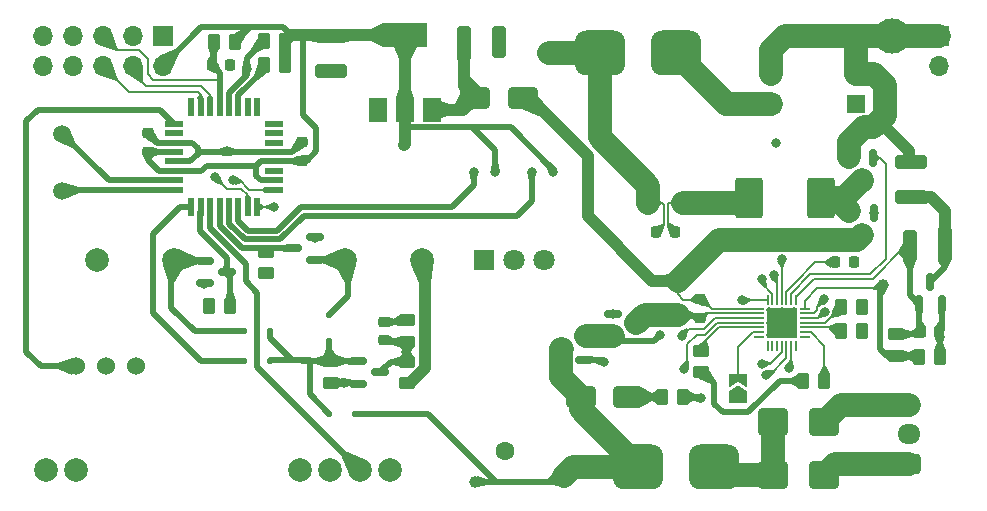
<source format=gbr>
%TF.GenerationSoftware,KiCad,Pcbnew,7.0.8-7.0.8~ubuntu22.04.1*%
%TF.CreationDate,2023-10-31T14:19:29+03:00*%
%TF.ProjectId,handle-module,68616e64-6c65-42d6-9d6f-64756c652e6b,rev?*%
%TF.SameCoordinates,Original*%
%TF.FileFunction,Copper,L1,Top*%
%TF.FilePolarity,Positive*%
%FSLAX46Y46*%
G04 Gerber Fmt 4.6, Leading zero omitted, Abs format (unit mm)*
G04 Created by KiCad (PCBNEW 7.0.8-7.0.8~ubuntu22.04.1) date 2023-10-31 14:19:29*
%MOMM*%
%LPD*%
G01*
G04 APERTURE LIST*
G04 Aperture macros list*
%AMRoundRect*
0 Rectangle with rounded corners*
0 $1 Rounding radius*
0 $2 $3 $4 $5 $6 $7 $8 $9 X,Y pos of 4 corners*
0 Add a 4 corners polygon primitive as box body*
4,1,4,$2,$3,$4,$5,$6,$7,$8,$9,$2,$3,0*
0 Add four circle primitives for the rounded corners*
1,1,$1+$1,$2,$3*
1,1,$1+$1,$4,$5*
1,1,$1+$1,$6,$7*
1,1,$1+$1,$8,$9*
0 Add four rect primitives between the rounded corners*
20,1,$1+$1,$2,$3,$4,$5,0*
20,1,$1+$1,$4,$5,$6,$7,0*
20,1,$1+$1,$6,$7,$8,$9,0*
20,1,$1+$1,$8,$9,$2,$3,0*%
%AMFreePoly0*
4,1,6,1.000000,0.000000,0.500000,-0.750000,-0.500000,-0.750000,-0.500000,0.750000,0.500000,0.750000,1.000000,0.000000,1.000000,0.000000,$1*%
%AMFreePoly1*
4,1,6,0.500000,-0.750000,-0.650000,-0.750000,-0.150000,0.000000,-0.650000,0.750000,0.500000,0.750000,0.500000,-0.750000,0.500000,-0.750000,$1*%
G04 Aperture macros list end*
%TA.AperFunction,SMDPad,CuDef*%
%ADD10C,1.000000*%
%TD*%
%TA.AperFunction,SMDPad,CuDef*%
%ADD11RoundRect,0.250000X-0.450000X0.262500X-0.450000X-0.262500X0.450000X-0.262500X0.450000X0.262500X0*%
%TD*%
%TA.AperFunction,SMDPad,CuDef*%
%ADD12RoundRect,0.952500X1.167500X0.952500X-1.167500X0.952500X-1.167500X-0.952500X1.167500X-0.952500X0*%
%TD*%
%TA.AperFunction,SMDPad,CuDef*%
%ADD13R,1.600000X0.550000*%
%TD*%
%TA.AperFunction,SMDPad,CuDef*%
%ADD14R,0.550000X1.600000*%
%TD*%
%TA.AperFunction,SMDPad,CuDef*%
%ADD15RoundRect,0.225000X0.225000X0.250000X-0.225000X0.250000X-0.225000X-0.250000X0.225000X-0.250000X0*%
%TD*%
%TA.AperFunction,SMDPad,CuDef*%
%ADD16RoundRect,0.250000X-1.000000X-0.900000X1.000000X-0.900000X1.000000X0.900000X-1.000000X0.900000X0*%
%TD*%
%TA.AperFunction,SMDPad,CuDef*%
%ADD17RoundRect,0.125000X-0.125000X-0.125000X0.125000X-0.125000X0.125000X0.125000X-0.125000X0.125000X0*%
%TD*%
%TA.AperFunction,SMDPad,CuDef*%
%ADD18RoundRect,0.150000X0.587500X0.150000X-0.587500X0.150000X-0.587500X-0.150000X0.587500X-0.150000X0*%
%TD*%
%TA.AperFunction,SMDPad,CuDef*%
%ADD19RoundRect,0.225000X-0.225000X-0.250000X0.225000X-0.250000X0.225000X0.250000X-0.225000X0.250000X0*%
%TD*%
%TA.AperFunction,SMDPad,CuDef*%
%ADD20RoundRect,0.050000X-0.387500X-0.050000X0.387500X-0.050000X0.387500X0.050000X-0.387500X0.050000X0*%
%TD*%
%TA.AperFunction,SMDPad,CuDef*%
%ADD21RoundRect,0.050000X-0.050000X-0.387500X0.050000X-0.387500X0.050000X0.387500X-0.050000X0.387500X0*%
%TD*%
%TA.AperFunction,ComponentPad*%
%ADD22C,0.500000*%
%TD*%
%TA.AperFunction,SMDPad,CuDef*%
%ADD23R,2.600000X2.600000*%
%TD*%
%TA.AperFunction,ComponentPad*%
%ADD24C,1.500000*%
%TD*%
%TA.AperFunction,SMDPad,CuDef*%
%ADD25RoundRect,0.250000X0.625000X-0.312500X0.625000X0.312500X-0.625000X0.312500X-0.625000X-0.312500X0*%
%TD*%
%TA.AperFunction,SMDPad,CuDef*%
%ADD26RoundRect,0.250000X1.100000X-0.325000X1.100000X0.325000X-1.100000X0.325000X-1.100000X-0.325000X0*%
%TD*%
%TA.AperFunction,SMDPad,CuDef*%
%ADD27RoundRect,0.250000X0.262500X0.450000X-0.262500X0.450000X-0.262500X-0.450000X0.262500X-0.450000X0*%
%TD*%
%TA.AperFunction,ComponentPad*%
%ADD28R,1.700000X1.700000*%
%TD*%
%TA.AperFunction,ComponentPad*%
%ADD29O,1.700000X1.700000*%
%TD*%
%TA.AperFunction,SMDPad,CuDef*%
%ADD30RoundRect,0.125000X0.125000X0.125000X-0.125000X0.125000X-0.125000X-0.125000X0.125000X-0.125000X0*%
%TD*%
%TA.AperFunction,SMDPad,CuDef*%
%ADD31RoundRect,0.225000X-0.250000X0.225000X-0.250000X-0.225000X0.250000X-0.225000X0.250000X0.225000X0*%
%TD*%
%TA.AperFunction,SMDPad,CuDef*%
%ADD32RoundRect,0.150000X-0.587500X-0.150000X0.587500X-0.150000X0.587500X0.150000X-0.587500X0.150000X0*%
%TD*%
%TA.AperFunction,ComponentPad*%
%ADD33C,2.000000*%
%TD*%
%TA.AperFunction,SMDPad,CuDef*%
%ADD34RoundRect,0.250000X0.325000X1.100000X-0.325000X1.100000X-0.325000X-1.100000X0.325000X-1.100000X0*%
%TD*%
%TA.AperFunction,SMDPad,CuDef*%
%ADD35C,2.000000*%
%TD*%
%TA.AperFunction,SMDPad,CuDef*%
%ADD36RoundRect,0.150000X-0.150000X0.587500X-0.150000X-0.587500X0.150000X-0.587500X0.150000X0.587500X0*%
%TD*%
%TA.AperFunction,ComponentPad*%
%ADD37R,1.600000X1.600000*%
%TD*%
%TA.AperFunction,ComponentPad*%
%ADD38C,1.600000*%
%TD*%
%TA.AperFunction,SMDPad,CuDef*%
%ADD39RoundRect,0.250000X-1.100000X0.325000X-1.100000X-0.325000X1.100000X-0.325000X1.100000X0.325000X0*%
%TD*%
%TA.AperFunction,SMDPad,CuDef*%
%ADD40RoundRect,0.225000X0.250000X-0.225000X0.250000X0.225000X-0.250000X0.225000X-0.250000X-0.225000X0*%
%TD*%
%TA.AperFunction,ComponentPad*%
%ADD41C,1.524000*%
%TD*%
%TA.AperFunction,SMDPad,CuDef*%
%ADD42FreePoly0,90.000000*%
%TD*%
%TA.AperFunction,SMDPad,CuDef*%
%ADD43FreePoly1,90.000000*%
%TD*%
%TA.AperFunction,SMDPad,CuDef*%
%ADD44RoundRect,0.125000X0.125000X-0.125000X0.125000X0.125000X-0.125000X0.125000X-0.125000X-0.125000X0*%
%TD*%
%TA.AperFunction,ComponentPad*%
%ADD45R,1.800000X1.800000*%
%TD*%
%TA.AperFunction,ComponentPad*%
%ADD46C,1.800000*%
%TD*%
%TA.AperFunction,SMDPad,CuDef*%
%ADD47RoundRect,0.235000X0.940000X1.465000X-0.940000X1.465000X-0.940000X-1.465000X0.940000X-1.465000X0*%
%TD*%
%TA.AperFunction,SMDPad,CuDef*%
%ADD48RoundRect,0.250000X1.000000X0.650000X-1.000000X0.650000X-1.000000X-0.650000X1.000000X-0.650000X0*%
%TD*%
%TA.AperFunction,SMDPad,CuDef*%
%ADD49R,1.500000X2.000000*%
%TD*%
%TA.AperFunction,SMDPad,CuDef*%
%ADD50R,3.800000X2.000000*%
%TD*%
%TA.AperFunction,SMDPad,CuDef*%
%ADD51RoundRect,0.250000X-0.325000X-1.100000X0.325000X-1.100000X0.325000X1.100000X-0.325000X1.100000X0*%
%TD*%
%TA.AperFunction,SMDPad,CuDef*%
%ADD52RoundRect,0.150000X0.150000X-0.587500X0.150000X0.587500X-0.150000X0.587500X-0.150000X-0.587500X0*%
%TD*%
%TA.AperFunction,SMDPad,CuDef*%
%ADD53RoundRect,0.250000X0.312500X0.625000X-0.312500X0.625000X-0.312500X-0.625000X0.312500X-0.625000X0*%
%TD*%
%TA.AperFunction,ComponentPad*%
%ADD54C,3.000000*%
%TD*%
%TA.AperFunction,ComponentPad*%
%ADD55RoundRect,0.250000X0.725000X-0.600000X0.725000X0.600000X-0.725000X0.600000X-0.725000X-0.600000X0*%
%TD*%
%TA.AperFunction,ComponentPad*%
%ADD56O,1.950000X1.700000*%
%TD*%
%TA.AperFunction,SMDPad,CuDef*%
%ADD57RoundRect,0.250000X-1.000000X-0.650000X1.000000X-0.650000X1.000000X0.650000X-1.000000X0.650000X0*%
%TD*%
%TA.AperFunction,SMDPad,CuDef*%
%ADD58RoundRect,0.250000X-0.262500X-0.450000X0.262500X-0.450000X0.262500X0.450000X-0.262500X0.450000X0*%
%TD*%
%TA.AperFunction,SMDPad,CuDef*%
%ADD59RoundRect,0.250000X0.450000X-0.262500X0.450000X0.262500X-0.450000X0.262500X-0.450000X-0.262500X0*%
%TD*%
%TA.AperFunction,ViaPad*%
%ADD60C,0.800000*%
%TD*%
%TA.AperFunction,Conductor*%
%ADD61C,0.500000*%
%TD*%
%TA.AperFunction,Conductor*%
%ADD62C,0.200000*%
%TD*%
%TA.AperFunction,Conductor*%
%ADD63C,2.000000*%
%TD*%
%TA.AperFunction,Conductor*%
%ADD64C,1.000000*%
%TD*%
G04 APERTURE END LIST*
%TA.AperFunction,EtchedComponent*%
%TO.C,NT1*%
G36*
X168000000Y-50000000D02*
G01*
X164000000Y-50000000D01*
X164000000Y-48000000D01*
X168000000Y-48000000D01*
X168000000Y-50000000D01*
G37*
%TD.AperFunction*%
%TD*%
D10*
%TO.P,TP1,1,1*%
%TO.N,/VBAT*%
X144000000Y-50500000D03*
%TD*%
%TO.P,TP3,1,1*%
%TO.N,+5V*%
X131750000Y-58250000D03*
%TD*%
D11*
%TO.P,R12,1*%
%TO.N,GNDA*%
X132000000Y-73087500D03*
%TO.P,R12,2*%
%TO.N,Net-(Q6-D)*%
X132000000Y-74912500D03*
%TD*%
D12*
%TO.P,F2,1*%
%TO.N,Net-(D10-K)*%
X157975000Y-85500000D03*
%TO.P,F2,2*%
%TO.N,/CHARGER_SUPPLY*%
X151565000Y-85500000D03*
%TD*%
D13*
%TO.P,U5,1,PD3*%
%TO.N,/FM_OUT*%
X112250000Y-56450000D03*
%TO.P,U5,2,PD4*%
%TO.N,unconnected-(U5-PD4-Pad2)*%
X112250000Y-57250000D03*
%TO.P,U5,3,GND*%
%TO.N,GNDA*%
X112250000Y-58050000D03*
%TO.P,U5,4,VCC*%
%TO.N,+5V*%
X112250000Y-58850000D03*
%TO.P,U5,5,GND*%
%TO.N,GNDA*%
X112250000Y-59650000D03*
%TO.P,U5,6,VCC*%
%TO.N,+5V*%
X112250000Y-60450000D03*
%TO.P,U5,7,XTAL1/PB6*%
%TO.N,Net-(U5-XTAL1{slash}PB6)*%
X112250000Y-61250000D03*
%TO.P,U5,8,XTAL2/PB7*%
%TO.N,Net-(U5-XTAL2{slash}PB7)*%
X112250000Y-62050000D03*
D14*
%TO.P,U5,9,PD5*%
%TO.N,/POWER_UP_IC*%
X113700000Y-63500000D03*
%TO.P,U5,10,PD6*%
%TO.N,/OPEN_BUTTON_5V#*%
X114500000Y-63500000D03*
%TO.P,U5,11,PD7*%
%TO.N,/FM_IN*%
X115300000Y-63500000D03*
%TO.P,U5,12,PB0*%
%TO.N,/CLOSE_BUTTON_5V#*%
X116100000Y-63500000D03*
%TO.P,U5,13,PB1*%
%TO.N,/LED_GREEN#*%
X116900000Y-63500000D03*
%TO.P,U5,14,PB2*%
%TO.N,/LED_RED#*%
X117700000Y-63500000D03*
%TO.P,U5,15,PB3*%
%TO.N,/MOSI*%
X118500000Y-63500000D03*
%TO.P,U5,16,PB4*%
%TO.N,/MISO*%
X119300000Y-63500000D03*
D13*
%TO.P,U5,17,PB5*%
%TO.N,/SCK*%
X120750000Y-62050000D03*
%TO.P,U5,18,AVCC*%
%TO.N,+5V*%
X120750000Y-61250000D03*
%TO.P,U5,19,ADC6*%
%TO.N,unconnected-(U5-ADC6-Pad19)*%
X120750000Y-60450000D03*
%TO.P,U5,20,AREF*%
%TO.N,+5V*%
X120750000Y-59650000D03*
%TO.P,U5,21,GND*%
%TO.N,GNDA*%
X120750000Y-58850000D03*
%TO.P,U5,22,ADC7*%
%TO.N,unconnected-(U5-ADC7-Pad22)*%
X120750000Y-58050000D03*
%TO.P,U5,23,PC0*%
%TO.N,unconnected-(U5-PC0-Pad23)*%
X120750000Y-57250000D03*
%TO.P,U5,24,PC1*%
%TO.N,unconnected-(U5-PC1-Pad24)*%
X120750000Y-56450000D03*
D14*
%TO.P,U5,25,PC2*%
%TO.N,unconnected-(U5-PC2-Pad25)*%
X119300000Y-55000000D03*
%TO.P,U5,26,PC3*%
%TO.N,unconnected-(U5-PC3-Pad26)*%
X118500000Y-55000000D03*
%TO.P,U5,27,PC4*%
%TO.N,/SDA*%
X117700000Y-55000000D03*
%TO.P,U5,28,PC5*%
%TO.N,/SCL*%
X116900000Y-55000000D03*
%TO.P,U5,29,~{RESET}/PC6*%
%TO.N,/RESET#*%
X116100000Y-55000000D03*
%TO.P,U5,30,PD0*%
%TO.N,/RXD*%
X115300000Y-55000000D03*
%TO.P,U5,31,PD1*%
%TO.N,/TXD*%
X114500000Y-55000000D03*
%TO.P,U5,32,PD2*%
%TO.N,unconnected-(U5-PD2-Pad32)*%
X113700000Y-55000000D03*
%TD*%
D15*
%TO.P,C34,1*%
%TO.N,/CHARGER_BATSRC*%
X154620000Y-65655000D03*
%TO.P,C34,2*%
%TO.N,/VBAT*%
X153070000Y-65655000D03*
%TD*%
D16*
%TO.P,D10,1,K*%
%TO.N,Net-(D10-K)*%
X162950000Y-86200000D03*
%TO.P,D10,2,A*%
%TO.N,Net-(D10-A)*%
X167250000Y-86200000D03*
%TD*%
D17*
%TO.P,D6,1,K*%
%TO.N,Net-(D3-K)*%
X125400000Y-81000000D03*
%TO.P,D6,2,A*%
%TO.N,/CHARGER_SUPPLY*%
X127600000Y-81000000D03*
%TD*%
D18*
%TO.P,Q3,1,G*%
%TO.N,/CLOSE_BUTTON*%
X124187500Y-67950000D03*
%TO.P,Q3,2,S*%
%TO.N,GNDA*%
X124187500Y-66050000D03*
%TO.P,Q3,3,D*%
%TO.N,/CLOSE_BUTTON_5V#*%
X122312500Y-67000000D03*
%TD*%
D16*
%TO.P,D9,1,K*%
%TO.N,Net-(D10-K)*%
X162950000Y-81700000D03*
%TO.P,D9,2,A*%
%TO.N,Net-(D9-A)*%
X167250000Y-81700000D03*
%TD*%
D19*
%TO.P,C22,1*%
%TO.N,Net-(U6-REGN)*%
X168225000Y-68200000D03*
%TO.P,C22,2*%
%TO.N,GNDPWR*%
X169775000Y-68200000D03*
%TD*%
D20*
%TO.P,U6,1,ACN*%
%TO.N,/VSYS*%
X161762500Y-72100000D03*
%TO.P,U6,2,ACP*%
%TO.N,Net-(Q7-D)*%
X161762500Y-72500000D03*
%TO.P,U6,3,CMSRC*%
%TO.N,Net-(U6-CMSRC)*%
X161762500Y-72900000D03*
%TO.P,U6,4,ACDRV*%
%TO.N,Net-(U6-ACDRV)*%
X161762500Y-73300000D03*
%TO.P,U6,5,ACOK*%
%TO.N,Net-(U6-ACOK)*%
X161762500Y-73700000D03*
%TO.P,U6,6,ACDET*%
%TO.N,Net-(JP1-B)*%
X161762500Y-74100000D03*
%TO.P,U6,7,IADP*%
%TO.N,unconnected-(U6-IADP-Pad7)*%
X161762500Y-74500000D03*
D21*
%TO.P,U6,8,IDCHG*%
%TO.N,unconnected-(U6-IDCHG-Pad8)*%
X162500000Y-75237500D03*
%TO.P,U6,9,PMON*%
%TO.N,unconnected-(U6-PMON-Pad9)*%
X162900000Y-75237500D03*
%TO.P,U6,10,PROCHOT#*%
%TO.N,unconnected-(U6-PROCHOT#-Pad10)*%
X163300000Y-75237500D03*
%TO.P,U6,11,SDA*%
%TO.N,/SDA*%
X163700000Y-75237500D03*
%TO.P,U6,12,SCL*%
%TO.N,/SCL*%
X164100000Y-75237500D03*
%TO.P,U6,13,CMPIN*%
%TO.N,Net-(Q6-D)*%
X164500000Y-75237500D03*
%TO.P,U6,14,CMPOUT*%
%TO.N,unconnected-(U6-CMPOUT-Pad14)*%
X164900000Y-75237500D03*
D20*
%TO.P,U6,15,BATPRES#*%
%TO.N,unconnected-(U6-BATPRES#-Pad15)*%
X165637500Y-74500000D03*
%TO.P,U6,16,TB_STAT#*%
%TO.N,Net-(U6-TB_STAT#)*%
X165637500Y-74100000D03*
%TO.P,U6,17,BATSRC*%
%TO.N,Net-(U6-BATSRC)*%
X165637500Y-73700000D03*
%TO.P,U6,18,BATDRV*%
%TO.N,Net-(U6-BATDRV)*%
X165637500Y-73300000D03*
%TO.P,U6,19,SRN*%
%TO.N,/CHARGER_SRN*%
X165637500Y-72900000D03*
%TO.P,U6,20,SRP*%
%TO.N,/CHARGER_SRP*%
X165637500Y-72500000D03*
%TO.P,U6,21,ILIM*%
%TO.N,/CHARGER_ILIM*%
X165637500Y-72100000D03*
D21*
%TO.P,U6,22,AGND*%
%TO.N,GNDA*%
X164900000Y-71362500D03*
%TO.P,U6,23,LODRV*%
%TO.N,Net-(Q9-G)*%
X164500000Y-71362500D03*
%TO.P,U6,24,REGN*%
%TO.N,Net-(U6-REGN)*%
X164100000Y-71362500D03*
%TO.P,U6,25,BTST*%
%TO.N,/CHARGER_BOOST*%
X163700000Y-71362500D03*
%TO.P,U6,26,HIDRV*%
%TO.N,Net-(Q8-G)*%
X163300000Y-71362500D03*
%TO.P,U6,27,PHASE*%
%TO.N,/CHARGER_PHASE*%
X162900000Y-71362500D03*
%TO.P,U6,28,VCC*%
%TO.N,Net-(U6-VCC)*%
X162500000Y-71362500D03*
D22*
%TO.P,U6,29,PGND*%
%TO.N,GNDPWR*%
X162650000Y-72250000D03*
X162650000Y-73300000D03*
X162650000Y-74350000D03*
X163700000Y-72250000D03*
X163700000Y-73300000D03*
D23*
X163700000Y-73300000D03*
D22*
X163700000Y-74350000D03*
X164750000Y-72250000D03*
X164750000Y-73300000D03*
X164750000Y-74350000D03*
%TD*%
D11*
%TO.P,R16,1*%
%TO.N,Net-(D3-K)*%
X125500000Y-76537500D03*
%TO.P,R16,2*%
%TO.N,GNDA*%
X125500000Y-78362500D03*
%TD*%
D24*
%TO.P,X1,1,1*%
%TO.N,Net-(U5-XTAL2{slash}PB7)*%
X102750000Y-62175000D03*
%TO.P,X1,2,2*%
%TO.N,Net-(U5-XTAL1{slash}PB6)*%
X102750000Y-57295000D03*
%TD*%
D25*
%TO.P,R17,1*%
%TO.N,Net-(Q7-D)*%
X154912500Y-72662500D03*
%TO.P,R17,2*%
%TO.N,/VSYS*%
X154912500Y-69737500D03*
%TD*%
D19*
%TO.P,C24,1*%
%TO.N,/RESET#*%
X115475000Y-51500000D03*
%TO.P,C24,2*%
%TO.N,GNDA*%
X117025000Y-51500000D03*
%TD*%
D26*
%TO.P,C31,1*%
%TO.N,/VSYS*%
X174600000Y-62675000D03*
%TO.P,C31,2*%
%TO.N,GNDPWR*%
X174600000Y-59725000D03*
%TD*%
D27*
%TO.P,R25,1*%
%TO.N,+5V*%
X121662500Y-51500000D03*
%TO.P,R25,2*%
%TO.N,/SDA*%
X119837500Y-51500000D03*
%TD*%
D28*
%TO.P,J1,1,Pin_1*%
%TO.N,GNDPWR*%
X177000000Y-49000000D03*
D29*
%TO.P,J1,2,Pin_2*%
%TO.N,/VBAT_BEFORE_FUSE*%
X177000000Y-51540000D03*
%TD*%
D30*
%TO.P,D5,1,K*%
%TO.N,Net-(D3-K)*%
X120350000Y-76500000D03*
%TO.P,D5,2,A*%
%TO.N,/POWER_UP_IC*%
X118150000Y-76500000D03*
%TD*%
D11*
%TO.P,R11,1*%
%TO.N,Net-(Q6-D)*%
X132000000Y-76587500D03*
%TO.P,R11,2*%
%TO.N,/VBAT*%
X132000000Y-78412500D03*
%TD*%
D31*
%TO.P,C15,1*%
%TO.N,GNDA*%
X130000000Y-73225000D03*
%TO.P,C15,2*%
%TO.N,Net-(Q6-D)*%
X130000000Y-74775000D03*
%TD*%
D32*
%TO.P,Q4,1,G*%
%TO.N,/OPEN_BUTTON*%
X114837500Y-68050000D03*
%TO.P,Q4,2,S*%
%TO.N,GNDA*%
X114837500Y-69950000D03*
%TO.P,Q4,3,D*%
%TO.N,/OPEN_BUTTON_5V#*%
X116712500Y-69000000D03*
%TD*%
D33*
%TO.P,U2,1,ANT*%
%TO.N,unconnected-(U2-ANT-Pad1)*%
X101380000Y-85750000D03*
%TO.P,U2,2,GND*%
%TO.N,GNDA*%
X103920000Y-85750000D03*
%TO.P,U2,3,VCC*%
%TO.N,+5V*%
X122880000Y-85750000D03*
%TO.P,U2,4,CS*%
X125420000Y-85750000D03*
%TO.P,U2,5,DATA*%
%TO.N,/FM_IN*%
X127960000Y-85750000D03*
%TO.P,U2,6,GND*%
%TO.N,GNDA*%
X130500000Y-85750000D03*
%TD*%
D27*
%TO.P,R20,1*%
%TO.N,/CHARGER_BATSRC*%
X170512500Y-74000000D03*
%TO.P,R20,2*%
%TO.N,Net-(U6-BATSRC)*%
X168687500Y-74000000D03*
%TD*%
D11*
%TO.P,R21,1*%
%TO.N,Net-(U6-ACOK)*%
X156900000Y-75687500D03*
%TO.P,R21,2*%
%TO.N,+5V*%
X156900000Y-77512500D03*
%TD*%
D34*
%TO.P,C13,1*%
%TO.N,/VSYS*%
X177500000Y-66837500D03*
%TO.P,C13,2*%
%TO.N,GNDA*%
X174550000Y-66837500D03*
%TD*%
D35*
%TO.P,NT1,1,1*%
%TO.N,GNDPWR*%
X168000000Y-49000000D03*
%TO.P,NT1,2,2*%
%TO.N,GNDA*%
X164000000Y-49000000D03*
%TD*%
D36*
%TO.P,Q9,1,G*%
%TO.N,Net-(Q9-G)*%
X171425000Y-59375000D03*
%TO.P,Q9,2,S*%
%TO.N,GNDPWR*%
X169525000Y-59375000D03*
%TO.P,Q9,3,D*%
%TO.N,/CHARGER_PHASE*%
X170475000Y-61250000D03*
%TD*%
D37*
%TO.P,C6,1*%
%TO.N,/VBAT_BEFORE_FUSE*%
X162750000Y-54775001D03*
D38*
%TO.P,C6,2*%
%TO.N,GNDA*%
X162750000Y-52275001D03*
%TD*%
D37*
%TO.P,C5,1*%
%TO.N,/VBAT_BEFORE_FUSE*%
X170000000Y-54750000D03*
D38*
%TO.P,C5,2*%
%TO.N,GNDPWR*%
X170000000Y-52250000D03*
%TD*%
D36*
%TO.P,Q8,1,G*%
%TO.N,Net-(Q8-G)*%
X171475000Y-64000000D03*
%TO.P,Q8,2,S*%
%TO.N,/CHARGER_PHASE*%
X169575000Y-64000000D03*
%TO.P,Q8,3,D*%
%TO.N,/VSYS*%
X170525000Y-65875000D03*
%TD*%
D39*
%TO.P,C19,1*%
%TO.N,+5V*%
X125500000Y-49025000D03*
%TO.P,C19,2*%
%TO.N,GNDA*%
X125500000Y-51975000D03*
%TD*%
D40*
%TO.P,C16,1*%
%TO.N,+5V*%
X123050000Y-59575000D03*
%TO.P,C16,2*%
%TO.N,GNDA*%
X123050000Y-58025000D03*
%TD*%
D11*
%TO.P,R6,1*%
%TO.N,/CLOSE_BUTTON_5V#*%
X120000000Y-67287500D03*
%TO.P,R6,2*%
%TO.N,+5V*%
X120000000Y-69112500D03*
%TD*%
D41*
%TO.P,U1,2,DATA*%
%TO.N,/FM_OUT*%
X103920000Y-77000000D03*
%TO.P,U1,3,VCC*%
%TO.N,+5V*%
X106460000Y-77000000D03*
%TO.P,U1,4,GND*%
%TO.N,GNDA*%
X109000000Y-77000000D03*
%TD*%
D42*
%TO.P,JP1,1,A*%
%TO.N,Net-(JP1-A)*%
X160000000Y-79625000D03*
D43*
%TO.P,JP1,2,B*%
%TO.N,Net-(JP1-B)*%
X160000000Y-78175000D03*
%TD*%
D40*
%TO.P,C21,1*%
%TO.N,Net-(Q7-D)*%
X156812500Y-72875000D03*
%TO.P,C21,2*%
%TO.N,/VSYS*%
X156812500Y-71325000D03*
%TD*%
D19*
%TO.P,C18,1*%
%TO.N,GNDA*%
X175500000Y-74087500D03*
%TO.P,C18,2*%
%TO.N,+3V3*%
X177050000Y-74087500D03*
%TD*%
D44*
%TO.P,D3,1,K*%
%TO.N,Net-(D3-K)*%
X125350000Y-74850000D03*
%TO.P,D3,2,A*%
%TO.N,/CLOSE_BUTTON*%
X125350000Y-72650000D03*
%TD*%
D10*
%TO.P,TP6,1,1*%
%TO.N,/CHARGER_ILIM*%
X172300000Y-70100000D03*
%TD*%
D45*
%TO.P,D1,1,A1*%
%TO.N,Net-(D1-A1)*%
X138450000Y-68000000D03*
D46*
%TO.P,D1,2,K*%
%TO.N,Net-(D1-K)*%
X140990000Y-68000000D03*
%TO.P,D1,3,A2*%
%TO.N,Net-(D1-A2)*%
X143530000Y-68000000D03*
%TD*%
D47*
%TO.P,L3,1,1*%
%TO.N,/CHARGER_PHASE*%
X167000000Y-62750000D03*
%TO.P,L3,2,2*%
%TO.N,/CHARGER_BATSRC*%
X160950000Y-62750000D03*
%TD*%
D32*
%TO.P,Q6,1,G*%
%TO.N,Net-(D3-K)*%
X127812500Y-76550000D03*
%TO.P,Q6,2,S*%
%TO.N,GNDA*%
X127812500Y-78450000D03*
%TO.P,Q6,3,D*%
%TO.N,Net-(Q6-D)*%
X129687500Y-77500000D03*
%TD*%
D48*
%TO.P,D7,1,K*%
%TO.N,Net-(D7-K)*%
X150712500Y-79600000D03*
%TO.P,D7,2,A*%
%TO.N,/CHARGER_SUPPLY*%
X146712500Y-79600000D03*
%TD*%
D38*
%TO.P,RV1,1*%
%TO.N,/CHARGER_SUPPLY*%
X145225000Y-86300000D03*
%TO.P,RV1,2*%
%TO.N,GNDPWR*%
X140225000Y-84200000D03*
%TD*%
D49*
%TO.P,U3,1,GND*%
%TO.N,GNDA*%
X129525000Y-55250000D03*
%TO.P,U3,2,VO*%
%TO.N,+5V*%
X131825000Y-55250000D03*
D50*
X131825000Y-48950000D03*
D49*
%TO.P,U3,3,VI*%
%TO.N,Net-(D2-K)*%
X134125000Y-55250000D03*
%TD*%
D10*
%TO.P,TP5,1,1*%
%TO.N,/CHARGER_SUPPLY*%
X137725000Y-86750000D03*
%TD*%
D27*
%TO.P,R26,1*%
%TO.N,+5V*%
X121662500Y-49412500D03*
%TO.P,R26,2*%
%TO.N,/SCL*%
X119837500Y-49412500D03*
%TD*%
D51*
%TO.P,C14,1*%
%TO.N,Net-(D2-K)*%
X136775000Y-49500000D03*
%TO.P,C14,2*%
%TO.N,GNDA*%
X139725000Y-49500000D03*
%TD*%
D27*
%TO.P,R23,1*%
%TO.N,Net-(U6-VCC)*%
X155375000Y-79600000D03*
%TO.P,R23,2*%
%TO.N,Net-(D7-K)*%
X153550000Y-79600000D03*
%TD*%
D52*
%TO.P,U4,1,GND*%
%TO.N,GNDA*%
X175325000Y-71712500D03*
%TO.P,U4,2,VO*%
%TO.N,+3V3*%
X177225000Y-71712500D03*
%TO.P,U4,3,VI*%
%TO.N,/VSYS*%
X176275000Y-69837500D03*
%TD*%
D30*
%TO.P,D4,1,K*%
%TO.N,Net-(D3-K)*%
X120350000Y-74000000D03*
%TO.P,D4,2,A*%
%TO.N,/OPEN_BUTTON*%
X118150000Y-74000000D03*
%TD*%
D12*
%TO.P,F1,1*%
%TO.N,/VBAT_BEFORE_FUSE*%
X154725000Y-50500000D03*
%TO.P,F1,2*%
%TO.N,/VBAT*%
X148315000Y-50500000D03*
%TD*%
D53*
%TO.P,R28,1*%
%TO.N,/CHARGER_BATSRC*%
X155332500Y-63155000D03*
%TO.P,R28,2*%
%TO.N,/VBAT*%
X152407500Y-63155000D03*
%TD*%
D27*
%TO.P,R22,1*%
%TO.N,Net-(U6-TB_STAT#)*%
X167312500Y-78200000D03*
%TO.P,R22,2*%
%TO.N,+5V*%
X165487500Y-78200000D03*
%TD*%
D33*
%TO.P,SW2,1,1*%
%TO.N,/CLOSE_BUTTON*%
X126750000Y-68000000D03*
%TO.P,SW2,2,2*%
%TO.N,/VBAT*%
X133250000Y-68000000D03*
%TD*%
D18*
%TO.P,Q5,1,G*%
%TO.N,Net-(Q5-G)*%
X146950000Y-76450000D03*
%TO.P,Q5,2,S*%
%TO.N,/CHR_VSYS_NMOS*%
X146950000Y-74550000D03*
%TO.P,Q5,3,D*%
%TO.N,/CHARGER_SUPPLY*%
X145075000Y-75500000D03*
%TD*%
D27*
%TO.P,R30,1*%
%TO.N,+3V3*%
X177112500Y-76200000D03*
%TO.P,R30,2*%
%TO.N,/CHARGER_ILIM*%
X175287500Y-76200000D03*
%TD*%
D54*
%TO.P,TP2,1,1*%
%TO.N,GNDPWR*%
X173000000Y-49000000D03*
%TD*%
D55*
%TO.P,J3,1,Pin_1*%
%TO.N,Net-(D10-A)*%
X174500000Y-85250000D03*
D56*
%TO.P,J3,2,Pin_2*%
%TO.N,GNDPWR*%
X174500000Y-82750000D03*
%TO.P,J3,3,Pin_3*%
%TO.N,Net-(D9-A)*%
X174500000Y-80250000D03*
%TD*%
D57*
%TO.P,D2,1,K*%
%TO.N,Net-(D2-K)*%
X137750000Y-54250000D03*
%TO.P,D2,2,A*%
%TO.N,/VSYS*%
X141750000Y-54250000D03*
%TD*%
D32*
%TO.P,Q7,1,G*%
%TO.N,Net-(Q7-G)*%
X149375000Y-72550000D03*
%TO.P,Q7,2,S*%
%TO.N,/CHR_VSYS_NMOS*%
X149375000Y-74450000D03*
%TO.P,Q7,3,D*%
%TO.N,Net-(Q7-D)*%
X151250000Y-73500000D03*
%TD*%
D10*
%TO.P,TP4,1,1*%
%TO.N,/VSYS*%
X147300000Y-61900000D03*
%TD*%
D40*
%TO.P,C11,1*%
%TO.N,+5V*%
X110050000Y-58825000D03*
%TO.P,C11,2*%
%TO.N,GNDA*%
X110050000Y-57275000D03*
%TD*%
D27*
%TO.P,R7,1*%
%TO.N,/OPEN_BUTTON_5V#*%
X117012500Y-71900000D03*
%TO.P,R7,2*%
%TO.N,+5V*%
X115187500Y-71900000D03*
%TD*%
D58*
%TO.P,R18,1*%
%TO.N,/RESET#*%
X115587500Y-49500000D03*
%TO.P,R18,2*%
%TO.N,+5V*%
X117412500Y-49500000D03*
%TD*%
D33*
%TO.P,SW1,1,1*%
%TO.N,/VBAT*%
X105750000Y-68000000D03*
%TO.P,SW1,2,2*%
%TO.N,/OPEN_BUTTON*%
X112250000Y-68000000D03*
%TD*%
D28*
%TO.P,J4,1,Pin_1*%
%TO.N,/MOSI*%
X111290000Y-49000000D03*
D29*
%TO.P,J4,2,Pin_2*%
%TO.N,+5V*%
X111290000Y-51540000D03*
%TO.P,J4,3,Pin_3*%
%TO.N,unconnected-(J4-Pin_3-Pad3)*%
X108750000Y-49000000D03*
%TO.P,J4,4,Pin_4*%
%TO.N,/RXD*%
X108750000Y-51540000D03*
%TO.P,J4,5,Pin_5*%
%TO.N,/RESET#*%
X106210000Y-49000000D03*
%TO.P,J4,6,Pin_6*%
%TO.N,/TXD*%
X106210000Y-51540000D03*
%TO.P,J4,7,Pin_7*%
%TO.N,/SCK*%
X103670000Y-49000000D03*
%TO.P,J4,8,Pin_8*%
%TO.N,GNDA*%
X103670000Y-51540000D03*
%TO.P,J4,9,Pin_9*%
%TO.N,/MISO*%
X101130000Y-49000000D03*
%TO.P,J4,10,Pin_10*%
%TO.N,GNDA*%
X101130000Y-51540000D03*
%TD*%
D27*
%TO.P,R19,1*%
%TO.N,/CHARGER_BATDRV*%
X170512500Y-72000000D03*
%TO.P,R19,2*%
%TO.N,Net-(U6-BATDRV)*%
X168687500Y-72000000D03*
%TD*%
D59*
%TO.P,R31,1*%
%TO.N,/CHARGER_ILIM*%
X173400000Y-76112500D03*
%TO.P,R31,2*%
%TO.N,GNDA*%
X173400000Y-74287500D03*
%TD*%
D60*
%TO.N,GNDA*%
X125500000Y-52000000D03*
X130000000Y-73250000D03*
X124200000Y-66100000D03*
X117000000Y-51500000D03*
X174600000Y-67000000D03*
X139750000Y-49500000D03*
X114800000Y-70000000D03*
X126600000Y-78400000D03*
X129500000Y-55250000D03*
X116750000Y-58750000D03*
%TO.N,+5V*%
X144355000Y-60500000D03*
X115300000Y-72000000D03*
X139442500Y-60500000D03*
X156900000Y-77500000D03*
X125600000Y-49000000D03*
X120000000Y-69100000D03*
%TO.N,GNDPWR*%
X169800000Y-68200000D03*
X174500000Y-59700000D03*
%TO.N,/CHARGER_SUPPLY*%
X145012500Y-75500000D03*
X151700000Y-85600000D03*
%TO.N,Net-(Q7-G)*%
X149412500Y-72600000D03*
%TO.N,Net-(Q6-D)*%
X131900000Y-75800000D03*
X164300000Y-77100000D03*
%TO.N,Net-(Q7-D)*%
X156812500Y-72900000D03*
%TO.N,/VSYS*%
X156812500Y-71300000D03*
X174500000Y-62600000D03*
X168600000Y-66100000D03*
%TO.N,Net-(U6-VCC)*%
X156900000Y-79700000D03*
X160300000Y-71400000D03*
%TO.N,/CHARGER_PHASE*%
X162000000Y-69600000D03*
X167000000Y-62800000D03*
%TO.N,/CHARGER_BATSRC*%
X154600000Y-65700000D03*
X170600000Y-74100000D03*
X161100000Y-62800000D03*
%TO.N,/VBAT*%
X148300000Y-50500000D03*
X153100000Y-65700000D03*
%TO.N,Net-(D7-K)*%
X150812500Y-79600000D03*
%TO.N,/MOSI*%
X115750000Y-61000000D03*
%TO.N,/SCK*%
X117250000Y-61250000D03*
%TO.N,/MISO*%
X120750000Y-63500000D03*
%TO.N,Net-(JP1-A)*%
X160000000Y-79625000D03*
%TO.N,/LED_GREEN#*%
X142530000Y-60500000D03*
%TO.N,/LED_RED#*%
X137617500Y-60500000D03*
%TO.N,Net-(Q5-G)*%
X148612500Y-76600000D03*
%TO.N,Net-(Q8-G)*%
X171500000Y-64000000D03*
X163000000Y-69300000D03*
%TO.N,/CHARGER_BATDRV*%
X170500000Y-72100000D03*
%TO.N,Net-(U6-ACDRV)*%
X155412500Y-77200000D03*
%TO.N,Net-(U6-CMSRC)*%
X155212500Y-74400000D03*
%TO.N,/CHARGER_BOOST*%
X163200000Y-58100000D03*
X163700000Y-67899500D03*
%TO.N,/SDA*%
X162000000Y-76800000D03*
X119800000Y-51500000D03*
%TO.N,/SCL*%
X162350949Y-77735863D03*
X118400000Y-51800000D03*
%TO.N,/CHARGER_SRP*%
X167300000Y-71300000D03*
%TO.N,/CHARGER_SRN*%
X167342747Y-72355509D03*
%TO.N,/CHR_VSYS_NMOS*%
X153412500Y-74300000D03*
%TD*%
D61*
%TO.N,GNDA*%
X114250000Y-58500000D02*
X113800000Y-58050000D01*
X174550000Y-67050000D02*
X174550000Y-70937500D01*
X113600000Y-59650000D02*
X114250000Y-59000000D01*
X130000000Y-73225000D02*
X131862500Y-73225000D01*
D62*
X174000000Y-67000000D02*
X174600000Y-67000000D01*
D63*
X162750000Y-50250000D02*
X164000000Y-49000000D01*
D61*
X116750000Y-58750000D02*
X116650000Y-58850000D01*
X110825000Y-58050000D02*
X110050000Y-57275000D01*
X125500000Y-78362500D02*
X126562500Y-78362500D01*
D62*
X164900000Y-71100000D02*
X166400000Y-69600000D01*
D61*
X116650000Y-58850000D02*
X114400000Y-58850000D01*
X173400000Y-74287500D02*
X175300000Y-74287500D01*
D62*
X171400000Y-69600000D02*
X174000000Y-67000000D01*
D61*
X112250000Y-59650000D02*
X113600000Y-59650000D01*
D62*
X166400000Y-69600000D02*
X171400000Y-69600000D01*
D61*
X126600000Y-78400000D02*
X126637500Y-78362500D01*
X126637500Y-78362500D02*
X127725000Y-78362500D01*
X116850000Y-58850000D02*
X116750000Y-58750000D01*
X175325000Y-71712500D02*
X175325000Y-73912500D01*
X112250000Y-58050000D02*
X110825000Y-58050000D01*
X113800000Y-58050000D02*
X112250000Y-58050000D01*
X114250000Y-59000000D02*
X114250000Y-58500000D01*
X114400000Y-58850000D02*
X114250000Y-59000000D01*
X120750000Y-58850000D02*
X122225000Y-58850000D01*
D63*
X162750000Y-52275001D02*
X162750000Y-50250000D01*
D61*
X126562500Y-78362500D02*
X126600000Y-78400000D01*
X174550000Y-70937500D02*
X175325000Y-71712500D01*
X122225000Y-58850000D02*
X123050000Y-58025000D01*
X120750000Y-58850000D02*
X116850000Y-58850000D01*
X127725000Y-78362500D02*
X127812500Y-78450000D01*
%TO.N,+5V*%
X163560051Y-78200000D02*
X160860051Y-80900000D01*
X140750000Y-56750000D02*
X134750000Y-56750000D01*
X121437500Y-48262500D02*
X122125000Y-48950000D01*
X158000000Y-80200000D02*
X158000000Y-78400000D01*
X110050000Y-59550000D02*
X110050000Y-58825000D01*
X144355000Y-60355000D02*
X140750000Y-56750000D01*
X123200000Y-55700000D02*
X123200000Y-48950000D01*
X158700000Y-80900000D02*
X158000000Y-80200000D01*
D64*
X131825000Y-56750000D02*
X131825000Y-58175000D01*
D61*
X115000000Y-60000000D02*
X119225000Y-60000000D01*
X120750000Y-59650000D02*
X122975000Y-59650000D01*
D64*
X122125000Y-48950000D02*
X121662500Y-49412500D01*
D61*
X123050000Y-59575000D02*
X123525000Y-59575000D01*
X119575000Y-59650000D02*
X120750000Y-59650000D01*
X134750000Y-56750000D02*
X131825000Y-56750000D01*
X114567500Y-48262500D02*
X118650000Y-48262500D01*
X137500000Y-56750000D02*
X134750000Y-56750000D01*
X123525000Y-59575000D02*
X124300000Y-58800000D01*
D64*
X131825000Y-55250000D02*
X131825000Y-48950000D01*
D61*
X120750000Y-61250000D02*
X119575000Y-61250000D01*
X110950000Y-60450000D02*
X110050000Y-59550000D01*
X139442500Y-58692500D02*
X137500000Y-56750000D01*
X119225000Y-60900000D02*
X119225000Y-60000000D01*
X124300000Y-56800000D02*
X123200000Y-55700000D01*
X158000000Y-78400000D02*
X157112500Y-77512500D01*
D64*
X125550000Y-48950000D02*
X122125000Y-48950000D01*
D61*
X119225000Y-60000000D02*
X119575000Y-59650000D01*
X160860051Y-80900000D02*
X158700000Y-80900000D01*
X119575000Y-61250000D02*
X119225000Y-60900000D01*
X124300000Y-58800000D02*
X124300000Y-56800000D01*
X114550000Y-60450000D02*
X115000000Y-60000000D01*
D64*
X125650000Y-48950000D02*
X131825000Y-48950000D01*
D61*
X118650000Y-48262500D02*
X121437500Y-48262500D01*
X112250000Y-58850000D02*
X110075000Y-58850000D01*
D64*
X131825000Y-58175000D02*
X131750000Y-58250000D01*
D61*
X112250000Y-60450000D02*
X110950000Y-60450000D01*
D64*
X121662500Y-49412500D02*
X121662500Y-51500000D01*
D61*
X112250000Y-60450000D02*
X114550000Y-60450000D01*
X117412500Y-49500000D02*
X118650000Y-48262500D01*
X165487500Y-78200000D02*
X163560051Y-78200000D01*
X144355000Y-60500000D02*
X144355000Y-60355000D01*
X111290000Y-51540000D02*
X114567500Y-48262500D01*
D64*
X131825000Y-55250000D02*
X131825000Y-56750000D01*
D61*
X139442500Y-60500000D02*
X139442500Y-58692500D01*
%TO.N,/OPEN_BUTTON*%
X112025000Y-72025000D02*
X112025000Y-68000000D01*
X114837500Y-68050000D02*
X112075000Y-68050000D01*
X114000000Y-74000000D02*
X112025000Y-72025000D01*
X118150000Y-74000000D02*
X114000000Y-74000000D01*
%TO.N,/CLOSE_BUTTON*%
X124187500Y-67950000D02*
X126950000Y-67950000D01*
X125350000Y-72650000D02*
X127000000Y-71000000D01*
X127000000Y-71000000D02*
X127000000Y-68000000D01*
D63*
%TO.N,/VBAT_BEFORE_FUSE*%
X159000001Y-54775001D02*
X154725000Y-50500000D01*
X162750000Y-54775001D02*
X159000001Y-54775001D01*
D64*
%TO.N,GNDPWR*%
X172450000Y-56750000D02*
X171450000Y-56750000D01*
D63*
X172400000Y-55800000D02*
X171450000Y-56750000D01*
X170000000Y-52250000D02*
X170000000Y-49250000D01*
X173000000Y-49000000D02*
X168000000Y-49000000D01*
X169381865Y-58018135D02*
X169381865Y-59231865D01*
X170000000Y-52250000D02*
X171500000Y-52250000D01*
D64*
X174500000Y-58800000D02*
X172450000Y-56750000D01*
D63*
X171500000Y-52250000D02*
X172400000Y-53150000D01*
X171450000Y-56750000D02*
X170650000Y-56750000D01*
D64*
X174500000Y-59700000D02*
X174500000Y-58800000D01*
D63*
X172400000Y-53150000D02*
X172400000Y-55800000D01*
X177000000Y-49000000D02*
X169750000Y-49000000D01*
X170000000Y-49250000D02*
X169750000Y-49000000D01*
X170650000Y-56750000D02*
X169381865Y-58018135D01*
D61*
%TO.N,/CHARGER_SUPPLY*%
X137725000Y-86750000D02*
X139500000Y-86750000D01*
D63*
X146025000Y-85500000D02*
X145225000Y-86300000D01*
D61*
X144775000Y-86750000D02*
X145225000Y-86300000D01*
D63*
X146712500Y-79600000D02*
X146712500Y-80647500D01*
X146712500Y-79600000D02*
X145012500Y-77900000D01*
D61*
X133750000Y-81000000D02*
X139500000Y-86750000D01*
D63*
X145012500Y-77900000D02*
X145012500Y-75562500D01*
D61*
X139500000Y-86750000D02*
X144775000Y-86750000D01*
D63*
X151665000Y-85500000D02*
X149000000Y-85500000D01*
X149000000Y-85500000D02*
X146025000Y-85500000D01*
D61*
X127600000Y-81000000D02*
X133750000Y-81000000D01*
D63*
X145012500Y-75500000D02*
X145075000Y-75500000D01*
X145012500Y-75562500D02*
X145012500Y-75500000D01*
X146712500Y-80647500D02*
X151565000Y-85500000D01*
D64*
%TO.N,Net-(D2-K)*%
X136750000Y-55250000D02*
X137750000Y-54250000D01*
X134125000Y-55250000D02*
X136750000Y-55250000D01*
X136775000Y-53275000D02*
X136775000Y-49500000D01*
X137750000Y-54250000D02*
X136775000Y-53275000D01*
D62*
%TO.N,Net-(Q6-D)*%
X164500000Y-75237500D02*
X164500000Y-77000000D01*
D61*
X132000000Y-76587500D02*
X130600000Y-76587500D01*
D62*
X164300000Y-77200000D02*
X164400000Y-77100000D01*
D61*
X130600000Y-76587500D02*
X129687500Y-77500000D01*
X132000000Y-76587500D02*
X132000000Y-74912500D01*
D62*
X164300000Y-77100000D02*
X164300000Y-77200000D01*
X164400000Y-77100000D02*
X164300000Y-77100000D01*
D61*
X132000000Y-74912500D02*
X130137500Y-74912500D01*
D62*
X164500000Y-77000000D02*
X164400000Y-77100000D01*
D61*
%TO.N,+3V3*%
X177225000Y-71775000D02*
X177225000Y-73912500D01*
X177112500Y-76200000D02*
X177112500Y-74150000D01*
D63*
%TO.N,Net-(Q7-D)*%
X152087500Y-72662500D02*
X151393135Y-73356865D01*
D62*
X154912500Y-72662500D02*
X156600000Y-72662500D01*
X161762500Y-72500000D02*
X157187500Y-72500000D01*
X157187500Y-72500000D02*
X156812500Y-72875000D01*
D63*
X154912500Y-72662500D02*
X152087500Y-72662500D01*
D64*
%TO.N,/VSYS*%
X152737500Y-69737500D02*
X147300000Y-64300000D01*
X177500000Y-66837500D02*
X177500000Y-63800000D01*
D62*
X157062500Y-71362500D02*
X157800000Y-72100000D01*
D63*
X168400000Y-66300000D02*
X158350000Y-66300000D01*
D62*
X154912500Y-70900000D02*
X155375000Y-71362500D01*
D64*
X147300000Y-64300000D02*
X147300000Y-59200000D01*
D62*
X154912500Y-69737500D02*
X154912500Y-70900000D01*
D64*
X154912500Y-69737500D02*
X152737500Y-69737500D01*
X147300000Y-59200000D02*
X142350000Y-54250000D01*
D63*
X168400000Y-66300000D02*
X170100000Y-66300000D01*
X170100000Y-66300000D02*
X170525000Y-65875000D01*
D61*
X177500000Y-66837500D02*
X177500000Y-68612500D01*
X177500000Y-68612500D02*
X176275000Y-69837500D01*
D64*
X177500000Y-63800000D02*
X176375000Y-62675000D01*
X176375000Y-62675000D02*
X174600000Y-62675000D01*
D63*
X158350000Y-66300000D02*
X154912500Y-69737500D01*
D62*
X157800000Y-72100000D02*
X161762500Y-72100000D01*
X155375000Y-71362500D02*
X157062500Y-71362500D01*
%TO.N,Net-(U6-REGN)*%
X164100000Y-70664339D02*
X164805025Y-69959314D01*
X164805025Y-69959314D02*
X164805025Y-69929289D01*
X164100000Y-71362500D02*
X164100000Y-70664339D01*
X166534314Y-68200000D02*
X168225000Y-68200000D01*
X164805025Y-69929289D02*
X166534314Y-68200000D01*
D61*
%TO.N,/RESET#*%
X115475000Y-51500000D02*
X116100000Y-52125000D01*
X116100000Y-52125000D02*
X116100000Y-52750000D01*
D62*
X110000000Y-51000000D02*
X110000000Y-52250000D01*
X106210000Y-49000000D02*
X107460000Y-50250000D01*
X107460000Y-50250000D02*
X109250000Y-50250000D01*
X110000000Y-52250000D02*
X110500000Y-52750000D01*
X109250000Y-50250000D02*
X110000000Y-51000000D01*
D61*
X115587500Y-49500000D02*
X115587500Y-51387500D01*
X116100000Y-52750000D02*
X116100000Y-55000000D01*
D62*
X110500000Y-52750000D02*
X116100000Y-52750000D01*
D61*
%TO.N,Net-(U5-XTAL1{slash}PB6)*%
X112250000Y-61250000D02*
X106705000Y-61250000D01*
X106705000Y-61250000D02*
X102750000Y-57295000D01*
%TO.N,Net-(U5-XTAL2{slash}PB7)*%
X112250000Y-62050000D02*
X102875000Y-62050000D01*
D62*
%TO.N,Net-(U6-VCC)*%
X160437500Y-71362500D02*
X160400000Y-71400000D01*
X162500000Y-71362500D02*
X160437500Y-71362500D01*
X160400000Y-71400000D02*
X160300000Y-71400000D01*
D61*
X156837500Y-79600000D02*
X156937500Y-79700000D01*
X155375000Y-79600000D02*
X156837500Y-79600000D01*
D63*
%TO.N,/CHARGER_PHASE*%
X170500000Y-61300000D02*
X170500000Y-61225000D01*
D62*
X162000000Y-69600000D02*
X162000000Y-69930025D01*
D63*
X170425000Y-61300000D02*
X170500000Y-61300000D01*
X167000000Y-62750000D02*
X168325000Y-62750000D01*
X168975000Y-62750000D02*
X170425000Y-61300000D01*
X167000000Y-62800000D02*
X168975000Y-62750000D01*
D62*
X162000000Y-69930025D02*
X162900000Y-70830025D01*
X162900000Y-70830025D02*
X162900000Y-71362500D01*
D63*
X168325000Y-62750000D02*
X169431865Y-63856865D01*
X170500000Y-61225000D02*
X170475000Y-61250000D01*
%TO.N,Net-(D9-A)*%
X174500000Y-80250000D02*
X168700000Y-80250000D01*
X168700000Y-80250000D02*
X167250000Y-81700000D01*
%TO.N,Net-(D10-A)*%
X174500000Y-85250000D02*
X168200000Y-85250000D01*
X168200000Y-85250000D02*
X167250000Y-86200000D01*
D62*
%TO.N,/CHARGER_BATSRC*%
X154100000Y-65135000D02*
X154600000Y-65635000D01*
X154145000Y-63155000D02*
X154100000Y-63200000D01*
D63*
X160545000Y-63155000D02*
X160900000Y-62800000D01*
X155332500Y-63155000D02*
X160545000Y-63155000D01*
D62*
X155332500Y-63155000D02*
X154145000Y-63155000D01*
X154100000Y-63200000D02*
X154100000Y-65135000D01*
D64*
%TO.N,/VBAT*%
X133500000Y-77143503D02*
X133500000Y-68000000D01*
D63*
X152407500Y-61707500D02*
X152407500Y-63155000D01*
D64*
X132000000Y-78412500D02*
X132231003Y-78412500D01*
D63*
X148315000Y-57615000D02*
X152407500Y-61707500D01*
D62*
X153700000Y-63300000D02*
X153700000Y-65025000D01*
X153700000Y-65025000D02*
X153100000Y-65625000D01*
D63*
X148315000Y-50500000D02*
X148315000Y-57615000D01*
X148300000Y-50500000D02*
X144000000Y-50500000D01*
D62*
X153555000Y-63155000D02*
X153700000Y-63300000D01*
D64*
X132231003Y-78412500D02*
X133500000Y-77143503D01*
D62*
X152407500Y-63155000D02*
X153555000Y-63155000D01*
D61*
%TO.N,Net-(D3-K)*%
X120350000Y-74600000D02*
X122240000Y-76490000D01*
X125500000Y-76537500D02*
X127800000Y-76537500D01*
X123047500Y-76537500D02*
X123000000Y-76490000D01*
X123772500Y-79372500D02*
X123772500Y-76490000D01*
X122240000Y-76490000D02*
X123000000Y-76490000D01*
X120350000Y-74000000D02*
X120350000Y-74600000D01*
X120360000Y-76490000D02*
X120350000Y-76500000D01*
X125350000Y-74850000D02*
X125350000Y-76387500D01*
X123000000Y-76490000D02*
X123772500Y-76490000D01*
X125400000Y-81000000D02*
X123772500Y-79372500D01*
X122240000Y-76490000D02*
X120360000Y-76490000D01*
X125500000Y-76537500D02*
X123047500Y-76537500D01*
%TO.N,/POWER_UP_IC*%
X110500000Y-72500000D02*
X110500000Y-65750000D01*
X118150000Y-76500000D02*
X114500000Y-76500000D01*
X112750000Y-63500000D02*
X113700000Y-63500000D01*
X110500000Y-65750000D02*
X112750000Y-63500000D01*
X114500000Y-76500000D02*
X110500000Y-72500000D01*
%TO.N,Net-(D7-K)*%
X153550000Y-79600000D02*
X150812500Y-79600000D01*
D63*
%TO.N,Net-(D10-K)*%
X158675000Y-86200000D02*
X162950000Y-86200000D01*
X162950000Y-81700000D02*
X162950000Y-86200000D01*
D62*
%TO.N,/MOSI*%
X115750000Y-61000000D02*
X116700000Y-61950000D01*
X117950000Y-61950000D02*
X118500000Y-62500000D01*
X116700000Y-61950000D02*
X117950000Y-61950000D01*
X118500000Y-62500000D02*
X118500000Y-63500000D01*
%TO.N,/RXD*%
X115300000Y-54000000D02*
X114550000Y-53250000D01*
X109855000Y-53250000D02*
X108750000Y-52145000D01*
X115300000Y-55000000D02*
X115300000Y-54000000D01*
X114550000Y-53250000D02*
X109855000Y-53250000D01*
%TO.N,/TXD*%
X114250000Y-53750000D02*
X108420000Y-53750000D01*
X114500000Y-54000000D02*
X114250000Y-53750000D01*
X108420000Y-53750000D02*
X106210000Y-51540000D01*
X114500000Y-55000000D02*
X114500000Y-54000000D01*
%TO.N,/SCK*%
X117815686Y-61250000D02*
X117250000Y-61250000D01*
X118615686Y-62050000D02*
X117815686Y-61250000D01*
X120750000Y-62050000D02*
X118615686Y-62050000D01*
%TO.N,/MISO*%
X119300000Y-63500000D02*
X120750000Y-63500000D01*
%TO.N,Net-(JP1-B)*%
X161762500Y-74100000D02*
X161230025Y-74100000D01*
X161230025Y-74100000D02*
X160000000Y-75330025D01*
X160000000Y-75330025D02*
X160000000Y-78175000D01*
D61*
%TO.N,/LED_GREEN#*%
X142530000Y-60500000D02*
X142530000Y-62970000D01*
X116900000Y-64900000D02*
X116900000Y-63500000D01*
X142530000Y-62970000D02*
X141250000Y-64250000D01*
X123250000Y-64250000D02*
X121250000Y-66250000D01*
X121250000Y-66250000D02*
X118250000Y-66250000D01*
X118250000Y-66250000D02*
X116900000Y-64900000D01*
X141250000Y-64250000D02*
X123250000Y-64250000D01*
%TO.N,/LED_RED#*%
X137617500Y-61632500D02*
X135750000Y-63500000D01*
X137617500Y-60500000D02*
X137617500Y-61632500D01*
X118539950Y-65550000D02*
X117700000Y-64710050D01*
X135750000Y-63500000D02*
X123010050Y-63500000D01*
X123010050Y-63500000D02*
X120960050Y-65550000D01*
X120960050Y-65550000D02*
X118539950Y-65550000D01*
X117700000Y-64710050D02*
X117700000Y-63500000D01*
%TO.N,/CLOSE_BUTTON_5V#*%
X117989950Y-67000000D02*
X116100000Y-65110050D01*
X116100000Y-65110050D02*
X116100000Y-63500000D01*
X122312500Y-67000000D02*
X117989950Y-67000000D01*
%TO.N,/OPEN_BUTTON_5V#*%
X116712500Y-69000000D02*
X116712500Y-67812500D01*
X114425000Y-65525000D02*
X114425000Y-63925000D01*
X116712500Y-67812500D02*
X114425000Y-65525000D01*
X117012500Y-71900000D02*
X117012500Y-69300000D01*
X117012500Y-69300000D02*
X116712500Y-69000000D01*
X114425000Y-63925000D02*
X114500000Y-63850000D01*
%TO.N,Net-(Q5-G)*%
X146950000Y-76450000D02*
X148462500Y-76450000D01*
X148462500Y-76450000D02*
X148612500Y-76600000D01*
D62*
%TO.N,Net-(Q8-G)*%
X163000000Y-69300000D02*
X163300000Y-69600000D01*
X163300000Y-69600000D02*
X163300000Y-71362500D01*
%TO.N,Net-(Q9-G)*%
X172500000Y-59900000D02*
X171975000Y-59375000D01*
X172500000Y-67900000D02*
X172500000Y-59900000D01*
X164500000Y-70830025D02*
X166130025Y-69200000D01*
X171975000Y-59375000D02*
X171425000Y-59375000D01*
X171200000Y-69200000D02*
X172500000Y-67900000D01*
X164500000Y-71362500D02*
X164500000Y-70830025D01*
X166130025Y-69200000D02*
X171200000Y-69200000D01*
%TO.N,Net-(U6-ACDRV)*%
X157178186Y-74300000D02*
X158178186Y-73300000D01*
X155512500Y-77200000D02*
X155412500Y-77200000D01*
X156512500Y-74300000D02*
X155712500Y-75100000D01*
X158178186Y-73300000D02*
X161762500Y-73300000D01*
X157178186Y-74300000D02*
X156512500Y-74300000D01*
X155712500Y-77000000D02*
X155512500Y-77200000D01*
X155712500Y-75100000D02*
X155712500Y-77000000D01*
%TO.N,Net-(U6-CMSRC)*%
X155212500Y-74400000D02*
X155812500Y-73800000D01*
X155812500Y-73800000D02*
X157112500Y-73800000D01*
X157112500Y-73800000D02*
X158012500Y-72900000D01*
X158012500Y-72900000D02*
X161762500Y-72900000D01*
%TO.N,Net-(U6-BATDRV)*%
X165637500Y-73300000D02*
X167387500Y-73300000D01*
X167387500Y-73300000D02*
X168687500Y-72000000D01*
%TO.N,Net-(U6-BATSRC)*%
X165637500Y-73700000D02*
X168387500Y-73700000D01*
%TO.N,Net-(U6-ACOK)*%
X158412500Y-73700000D02*
X161762500Y-73700000D01*
X156725000Y-75387500D02*
X158412500Y-73700000D01*
%TO.N,Net-(U6-TB_STAT#)*%
X167312500Y-75242525D02*
X167312500Y-78200000D01*
X166169975Y-74100000D02*
X167312500Y-75242525D01*
X165637500Y-74100000D02*
X166169975Y-74100000D01*
%TO.N,/CHARGER_BOOST*%
X163700000Y-67899500D02*
X163700000Y-71362500D01*
D61*
%TO.N,/SDA*%
X117700000Y-55000000D02*
X117700000Y-54014950D01*
D62*
X162000000Y-76800000D02*
X162669975Y-76800000D01*
X162669975Y-76800000D02*
X163700000Y-75769975D01*
X163700000Y-75769975D02*
X163700000Y-75237500D01*
D61*
X117700000Y-54014950D02*
X119837500Y-51877450D01*
D62*
%TO.N,/SCL*%
X162674187Y-77735863D02*
X164100000Y-76310050D01*
X164100000Y-76310050D02*
X164100000Y-75237500D01*
D61*
X118400000Y-52325000D02*
X116900000Y-53825000D01*
X116900000Y-53825000D02*
X116900000Y-55000000D01*
X118400000Y-50850000D02*
X119837500Y-49412500D01*
D62*
X162350949Y-77735863D02*
X162674187Y-77735863D01*
D61*
X118400000Y-51800000D02*
X118400000Y-52325000D01*
X118400000Y-51800000D02*
X118400000Y-50850000D01*
D62*
%TO.N,/CHARGER_SRP*%
X167300000Y-71300000D02*
X166642747Y-71957253D01*
X166642747Y-71957253D02*
X166642747Y-72257253D01*
X166642747Y-72257253D02*
X166400000Y-72500000D01*
X166400000Y-72500000D02*
X165637500Y-72500000D01*
%TO.N,/CHARGER_SRN*%
X166798256Y-72900000D02*
X165637500Y-72900000D01*
X167342747Y-72355509D02*
X166798256Y-72900000D01*
%TO.N,/CHARGER_ILIM*%
X165637500Y-72100000D02*
X165637500Y-71462500D01*
X172000000Y-70400000D02*
X172300000Y-70100000D01*
D61*
X172000001Y-70399999D02*
X172000001Y-75500001D01*
X172612500Y-76112500D02*
X173400000Y-76112500D01*
D62*
X165637500Y-71462500D02*
X166700000Y-70400000D01*
X166700000Y-70400000D02*
X172000000Y-70400000D01*
D61*
X172300000Y-70100000D02*
X172000001Y-70399999D01*
X172000001Y-75500001D02*
X172612500Y-76112500D01*
X173400000Y-76112500D02*
X175200000Y-76112500D01*
%TO.N,/FM_OUT*%
X101000000Y-77000000D02*
X99750000Y-75750000D01*
X100750000Y-55250000D02*
X111050000Y-55250000D01*
X111050000Y-55250000D02*
X112250000Y-56450000D01*
X103920000Y-77000000D02*
X101000000Y-77000000D01*
X99750000Y-56250000D02*
X100750000Y-55250000D01*
X99750000Y-75750000D02*
X99750000Y-56250000D01*
%TO.N,/FM_IN*%
X119250000Y-77040000D02*
X119250000Y-70750000D01*
X118300000Y-69800000D02*
X118300000Y-68300000D01*
X119250000Y-70750000D02*
X118300000Y-69800000D01*
X115300000Y-65300000D02*
X115300000Y-63500000D01*
X118300000Y-68300000D02*
X115300000Y-65300000D01*
X127960000Y-85750000D02*
X119250000Y-77040000D01*
%TO.N,/CHR_VSYS_NMOS*%
X149375000Y-74450000D02*
X149731865Y-74806865D01*
D63*
X147136270Y-74450000D02*
X147093135Y-74406865D01*
D61*
X152905635Y-74806865D02*
X153412500Y-74300000D01*
X149731865Y-74806865D02*
X152905635Y-74806865D01*
D63*
X149375000Y-74450000D02*
X147136270Y-74450000D01*
%TD*%
%TA.AperFunction,Conductor*%
%TO.N,GNDA*%
G36*
X174602171Y-66999905D02*
G01*
X174960119Y-67149140D01*
X174966437Y-67155487D01*
X174966923Y-67162949D01*
X174802313Y-67781364D01*
X174796874Y-67788477D01*
X174791007Y-67790054D01*
X174310312Y-67790054D01*
X174302039Y-67786627D01*
X174298705Y-67779823D01*
X174220625Y-67162949D01*
X174201662Y-67013133D01*
X174204022Y-67004497D01*
X174211800Y-67000059D01*
X174213225Y-66999966D01*
X174597648Y-66999005D01*
X174602171Y-66999905D01*
G37*
%TD.AperFunction*%
%TD*%
%TA.AperFunction,Conductor*%
%TO.N,GNDA*%
G36*
X174554930Y-66853658D02*
G01*
X174560611Y-66859339D01*
X175103791Y-68028482D01*
X175104169Y-68037429D01*
X175103969Y-68037938D01*
X174803010Y-68755326D01*
X174796649Y-68761630D01*
X174792221Y-68762500D01*
X174307779Y-68762500D01*
X174299506Y-68759073D01*
X174296990Y-68755326D01*
X173996030Y-68037938D01*
X173995989Y-68028984D01*
X173996208Y-68028482D01*
X174539389Y-66859339D01*
X174545983Y-66853280D01*
X174554930Y-66853658D01*
G37*
%TD.AperFunction*%
%TD*%
%TA.AperFunction,Conductor*%
%TO.N,GNDA*%
G36*
X130013472Y-72852118D02*
G01*
X130785144Y-72973446D01*
X130792785Y-72978116D01*
X130795027Y-72985004D01*
X130795027Y-73465641D01*
X130791600Y-73473914D01*
X130785897Y-73477055D01*
X130162660Y-73617393D01*
X130153836Y-73615867D01*
X130149291Y-73610481D01*
X130093663Y-73477055D01*
X129999905Y-73252171D01*
X129999005Y-73247648D01*
X129999965Y-72863645D01*
X130003413Y-72855383D01*
X130011694Y-72851977D01*
X130013472Y-72852118D01*
G37*
%TD.AperFunction*%
%TD*%
%TA.AperFunction,Conductor*%
%TO.N,GNDA*%
G36*
X131388949Y-72646118D02*
G01*
X131990543Y-73079959D01*
X131995248Y-73087578D01*
X131993189Y-73096293D01*
X131992482Y-73097178D01*
X131554281Y-73595134D01*
X131546243Y-73599081D01*
X131543605Y-73598951D01*
X130797307Y-73476607D01*
X130789697Y-73471887D01*
X130787500Y-73465061D01*
X130787500Y-72981859D01*
X130790927Y-72973586D01*
X130793482Y-72971651D01*
X131376393Y-72645397D01*
X131385284Y-72644348D01*
X131388949Y-72646118D01*
G37*
%TD.AperFunction*%
%TD*%
%TA.AperFunction,Conductor*%
%TO.N,GNDA*%
G36*
X130343832Y-72794527D02*
G01*
X130356665Y-72798512D01*
X130916770Y-72972444D01*
X130923654Y-72978171D01*
X130925000Y-72983618D01*
X130925000Y-73466381D01*
X130921573Y-73474654D01*
X130916770Y-73477555D01*
X130343832Y-73655472D01*
X130334915Y-73654652D01*
X130331131Y-73651487D01*
X130186978Y-73466381D01*
X130004597Y-73232188D01*
X130002218Y-73223556D01*
X130004597Y-73217812D01*
X130331132Y-72798511D01*
X130338918Y-72794090D01*
X130343832Y-72794527D01*
G37*
%TD.AperFunction*%
%TD*%
%TA.AperFunction,Conductor*%
%TO.N,GNDA*%
G36*
X174451329Y-66641577D02*
G01*
X174452399Y-66643574D01*
X174598833Y-66994799D01*
X174598854Y-67003753D01*
X174598839Y-67003789D01*
X174450993Y-67359761D01*
X174444655Y-67366087D01*
X174436784Y-67366467D01*
X173932089Y-67212983D01*
X173927220Y-67210062D01*
X173797950Y-67080792D01*
X173794523Y-67072519D01*
X173797950Y-67064246D01*
X173799724Y-67062790D01*
X173888047Y-67003789D01*
X174435103Y-66638346D01*
X174443884Y-66636601D01*
X174451329Y-66641577D01*
G37*
%TD.AperFunction*%
%TD*%
%TA.AperFunction,Conductor*%
%TO.N,GNDA*%
G36*
X110524967Y-57117230D02*
G01*
X110529833Y-57121737D01*
X110934442Y-57802716D01*
X110935721Y-57811578D01*
X110932656Y-57816964D01*
X110592033Y-58157587D01*
X110583760Y-58161014D01*
X110577680Y-58159310D01*
X109872153Y-57730200D01*
X109866865Y-57722973D01*
X109867415Y-57715747D01*
X110047265Y-57279214D01*
X110053584Y-57272872D01*
X110054316Y-57272596D01*
X110516035Y-57116631D01*
X110524967Y-57117230D01*
G37*
%TD.AperFunction*%
%TD*%
%TA.AperFunction,Conductor*%
%TO.N,GNDA*%
G36*
X126595361Y-78004119D02*
G01*
X126599917Y-78011829D01*
X126600033Y-78013444D01*
X126600994Y-78397644D01*
X126600093Y-78402175D01*
X126450783Y-78760301D01*
X126444436Y-78766619D01*
X126437193Y-78767161D01*
X125816368Y-78614688D01*
X125809151Y-78609387D01*
X125807459Y-78603326D01*
X125807459Y-78122656D01*
X125810886Y-78114383D01*
X125817513Y-78111072D01*
X126586690Y-78001889D01*
X126595361Y-78004119D01*
G37*
%TD.AperFunction*%
%TD*%
%TA.AperFunction,Conductor*%
%TO.N,GNDA*%
G36*
X126052755Y-77872462D02*
G01*
X126761973Y-78216052D01*
X126767924Y-78222743D01*
X126767401Y-78231682D01*
X126765145Y-78234854D01*
X126423510Y-78576489D01*
X126422910Y-78577013D01*
X126133577Y-78796615D01*
X126124915Y-78798887D01*
X126119786Y-78796875D01*
X125511318Y-78370224D01*
X125506511Y-78362668D01*
X125508455Y-78353927D01*
X125510193Y-78351961D01*
X126039823Y-77874303D01*
X126048261Y-77871308D01*
X126052755Y-77872462D01*
G37*
%TD.AperFunction*%
%TD*%
%TA.AperFunction,Conductor*%
%TO.N,GNDA*%
G36*
X116595449Y-58384596D02*
G01*
X116601174Y-58390636D01*
X116750093Y-58747824D01*
X116750994Y-58752355D01*
X116750031Y-59137557D01*
X116746583Y-59145822D01*
X116738302Y-59149228D01*
X116737583Y-59149204D01*
X115980843Y-59100701D01*
X115972806Y-59096752D01*
X115969891Y-59089025D01*
X115969891Y-58608300D01*
X115973318Y-58600027D01*
X115977722Y-58597257D01*
X116586510Y-58384095D01*
X116595449Y-58384596D01*
G37*
%TD.AperFunction*%
%TD*%
%TA.AperFunction,Conductor*%
%TO.N,GNDA*%
G36*
X175096204Y-73723892D02*
G01*
X175494498Y-74081660D01*
X175498363Y-74089738D01*
X175497245Y-74095391D01*
X175278306Y-74555550D01*
X175271657Y-74561548D01*
X175267308Y-74562215D01*
X174611267Y-74537917D01*
X174603126Y-74534186D01*
X174600000Y-74526225D01*
X174600000Y-74043833D01*
X174603427Y-74035560D01*
X174605298Y-74034040D01*
X175081991Y-73722798D01*
X175090790Y-73721146D01*
X175096204Y-73723892D01*
G37*
%TD.AperFunction*%
%TD*%
%TA.AperFunction,Conductor*%
%TO.N,GNDA*%
G36*
X173952289Y-73796446D02*
G01*
X174604813Y-74034693D01*
X174611409Y-74040749D01*
X174612500Y-74045683D01*
X174612500Y-74529316D01*
X174609073Y-74537589D01*
X174604813Y-74540306D01*
X173952292Y-74778552D01*
X173943345Y-74778171D01*
X173940439Y-74776247D01*
X173408621Y-74296185D01*
X173404776Y-74288098D01*
X173407776Y-74279660D01*
X173408621Y-74278815D01*
X173675952Y-74037500D01*
X173940440Y-73798751D01*
X173948877Y-73795752D01*
X173952289Y-73796446D01*
G37*
%TD.AperFunction*%
%TD*%
%TA.AperFunction,Conductor*%
%TO.N,GNDA*%
G36*
X173985190Y-66518922D02*
G01*
X174540494Y-66831052D01*
X174546026Y-66838092D01*
X174544959Y-66846983D01*
X174544951Y-66846998D01*
X173982793Y-67843768D01*
X173975744Y-67849290D01*
X173966854Y-67848211D01*
X173964100Y-67846058D01*
X173639125Y-67502297D01*
X173503980Y-67367152D01*
X173500553Y-67358879D01*
X173502057Y-67353141D01*
X173969264Y-66523380D01*
X173976308Y-66517854D01*
X173985190Y-66518922D01*
G37*
%TD.AperFunction*%
%TD*%
%TA.AperFunction,Conductor*%
%TO.N,GNDA*%
G36*
X126613305Y-78001888D02*
G01*
X127382486Y-78111072D01*
X127390195Y-78115628D01*
X127392541Y-78122656D01*
X127392541Y-78603326D01*
X127389114Y-78611599D01*
X127383632Y-78614688D01*
X126762806Y-78767161D01*
X126753954Y-78765807D01*
X126749216Y-78760301D01*
X126687595Y-78612500D01*
X126599905Y-78402171D01*
X126599005Y-78397648D01*
X126599966Y-78013443D01*
X126603414Y-78005179D01*
X126611695Y-78001773D01*
X126613305Y-78001888D01*
G37*
%TD.AperFunction*%
%TD*%
%TA.AperFunction,Conductor*%
%TO.N,GNDA*%
G36*
X126787101Y-78112931D02*
G01*
X127814350Y-78149580D01*
X127822496Y-78153300D01*
X127825626Y-78161690D01*
X127825623Y-78161765D01*
X127813835Y-78442019D01*
X127810063Y-78450141D01*
X127805944Y-78452593D01*
X127112560Y-78690634D01*
X127106063Y-78690953D01*
X126784002Y-78614633D01*
X126776742Y-78609391D01*
X126775000Y-78603248D01*
X126775000Y-78124625D01*
X126778427Y-78116352D01*
X126786700Y-78112925D01*
X126787101Y-78112931D01*
G37*
%TD.AperFunction*%
%TD*%
%TA.AperFunction,Conductor*%
%TO.N,GNDA*%
G36*
X175576616Y-73165927D02*
G01*
X175578401Y-73168223D01*
X175875486Y-73668131D01*
X175876767Y-73676994D01*
X175874037Y-73682031D01*
X175506248Y-74081709D01*
X175498125Y-74085476D01*
X175491940Y-74084004D01*
X175056258Y-73840990D01*
X175050702Y-73833967D01*
X175050265Y-73830339D01*
X175055996Y-73675620D01*
X175074583Y-73173767D01*
X175078314Y-73165626D01*
X175086275Y-73162500D01*
X175568343Y-73162500D01*
X175576616Y-73165927D01*
G37*
%TD.AperFunction*%
%TD*%
%TA.AperFunction,Conductor*%
%TO.N,GNDA*%
G36*
X175330314Y-71726838D02*
G01*
X175335424Y-71731948D01*
X175623408Y-72296878D01*
X175624612Y-72303484D01*
X175576156Y-72739592D01*
X175571837Y-72747436D01*
X175564528Y-72750000D01*
X175085472Y-72750000D01*
X175077199Y-72746573D01*
X175073844Y-72739592D01*
X175025387Y-72303484D01*
X175026590Y-72296879D01*
X175314576Y-71731947D01*
X175321387Y-71726134D01*
X175330314Y-71726838D01*
G37*
%TD.AperFunction*%
%TD*%
%TA.AperFunction,Conductor*%
%TO.N,GNDA*%
G36*
X174994752Y-71023818D02*
G01*
X175055959Y-71026528D01*
X175064072Y-71030318D01*
X175066371Y-71034043D01*
X175321636Y-71702547D01*
X175321386Y-71711499D01*
X175315153Y-71717543D01*
X175032878Y-71833526D01*
X175023923Y-71833501D01*
X175019499Y-71830262D01*
X174831075Y-71607579D01*
X174643044Y-71385361D01*
X174640317Y-71376833D01*
X174643703Y-71369533D01*
X174986002Y-71027234D01*
X174994274Y-71023808D01*
X174994752Y-71023818D01*
G37*
%TD.AperFunction*%
%TD*%
%TA.AperFunction,Conductor*%
%TO.N,GNDA*%
G36*
X122583963Y-57866631D02*
G01*
X123045661Y-58022588D01*
X123052403Y-58028483D01*
X123052735Y-58029216D01*
X123232583Y-58465747D01*
X123232566Y-58474702D01*
X123227845Y-58480200D01*
X122522319Y-58909310D01*
X122513470Y-58910682D01*
X122507966Y-58907587D01*
X122167343Y-58566964D01*
X122163916Y-58558691D01*
X122165557Y-58552717D01*
X122570166Y-57871739D01*
X122577335Y-57866379D01*
X122583963Y-57866631D01*
G37*
%TD.AperFunction*%
%TD*%
%TA.AperFunction,Conductor*%
%TO.N,GNDA*%
G36*
X117522276Y-58597257D02*
G01*
X117528951Y-58603226D01*
X117530109Y-58608300D01*
X117530109Y-59089025D01*
X117526682Y-59097298D01*
X117519157Y-59100701D01*
X116762416Y-59149204D01*
X116753941Y-59146313D01*
X116749992Y-59138276D01*
X116749968Y-59137585D01*
X116749005Y-58752350D01*
X116749904Y-58747829D01*
X116898825Y-58390635D01*
X116905172Y-58384318D01*
X116913488Y-58384095D01*
X117522276Y-58597257D01*
G37*
%TD.AperFunction*%
%TD*%
%TA.AperFunction,Conductor*%
%TO.N,+5V*%
G36*
X122300471Y-48463534D02*
G01*
X122301625Y-48468601D01*
X122301625Y-49446918D01*
X122300108Y-49452680D01*
X122180512Y-49664020D01*
X122173455Y-49669533D01*
X122165023Y-49668686D01*
X121668890Y-49416260D01*
X121663071Y-49409454D01*
X121662600Y-49404282D01*
X121754398Y-48718755D01*
X121758891Y-48711013D01*
X121760915Y-48709771D01*
X122284858Y-48458054D01*
X122293800Y-48457561D01*
X122300471Y-48463534D01*
G37*
%TD.AperFunction*%
%TD*%
%TA.AperFunction,Conductor*%
%TO.N,+5V*%
G36*
X110057244Y-58829699D02*
G01*
X110499848Y-59130647D01*
X110504762Y-59138132D01*
X110503994Y-59144998D01*
X110351405Y-59494936D01*
X110348953Y-59498533D01*
X110008035Y-59839451D01*
X109999762Y-59842878D01*
X109991489Y-59839451D01*
X109989485Y-59836770D01*
X109656155Y-59224213D01*
X109655211Y-59215308D01*
X109658211Y-59210297D01*
X110042449Y-58831047D01*
X110050743Y-58827675D01*
X110057244Y-58829699D01*
G37*
%TD.AperFunction*%
%TD*%
%TA.AperFunction,Conductor*%
%TO.N,+5V*%
G36*
X144061253Y-59706754D02*
G01*
X144460841Y-60060473D01*
X144628555Y-60208935D01*
X144632478Y-60216985D01*
X144629561Y-60225451D01*
X144629094Y-60225948D01*
X144357369Y-60499035D01*
X144353527Y-60501603D01*
X143995694Y-60648856D01*
X143986740Y-60648835D01*
X143980681Y-60643070D01*
X143703015Y-60060473D01*
X143702549Y-60051530D01*
X143705302Y-60047168D01*
X144045228Y-59707242D01*
X144053500Y-59703816D01*
X144061253Y-59706754D01*
G37*
%TD.AperFunction*%
%TD*%
%TA.AperFunction,Conductor*%
%TO.N,+5V*%
G36*
X122704672Y-59158758D02*
G01*
X123045865Y-59568828D01*
X123048522Y-59577379D01*
X123047089Y-59582010D01*
X122804090Y-60017665D01*
X122797067Y-60023221D01*
X122791742Y-60023470D01*
X122134570Y-59901772D01*
X122127059Y-59896896D01*
X122125000Y-59890268D01*
X122125000Y-59407691D01*
X122128427Y-59399418D01*
X122132061Y-59396950D01*
X122691040Y-59155499D01*
X122699992Y-59155365D01*
X122704672Y-59158758D01*
G37*
%TD.AperFunction*%
%TD*%
%TA.AperFunction,Conductor*%
%TO.N,+5V*%
G36*
X123669617Y-59083255D02*
G01*
X123670162Y-59083767D01*
X124011089Y-59424694D01*
X124014516Y-59432967D01*
X124011089Y-59441240D01*
X124010479Y-59441808D01*
X123516620Y-59869836D01*
X123508124Y-59872665D01*
X123502574Y-59870800D01*
X123053478Y-59578431D01*
X123048414Y-59571046D01*
X123048365Y-59570800D01*
X122966509Y-59138004D01*
X122968338Y-59129238D01*
X122975831Y-59124334D01*
X122977251Y-59124154D01*
X123661141Y-59080364D01*
X123669617Y-59083255D01*
G37*
%TD.AperFunction*%
%TD*%
%TA.AperFunction,Conductor*%
%TO.N,+5V*%
G36*
X132324840Y-53503427D02*
G01*
X132327667Y-53508000D01*
X132573062Y-54244188D01*
X132572427Y-54253120D01*
X132571325Y-54254904D01*
X131834363Y-55238503D01*
X131826660Y-55243069D01*
X131817984Y-55240850D01*
X131815637Y-55238503D01*
X131078674Y-54254904D01*
X131076455Y-54246228D01*
X131076937Y-54244188D01*
X131322333Y-53508000D01*
X131328201Y-53501235D01*
X131333433Y-53500000D01*
X132316567Y-53500000D01*
X132324840Y-53503427D01*
G37*
%TD.AperFunction*%
%TD*%
%TA.AperFunction,Conductor*%
%TO.N,+5V*%
G36*
X131833269Y-48957277D02*
G01*
X131833277Y-48957285D01*
X132819042Y-49944037D01*
X132822465Y-49952312D01*
X132821230Y-49957538D01*
X132328234Y-50943532D01*
X132321469Y-50949400D01*
X132317769Y-50950000D01*
X131332231Y-50950000D01*
X131323958Y-50946573D01*
X131321766Y-50943532D01*
X130828769Y-49957538D01*
X130828134Y-49948606D01*
X130830957Y-49944037D01*
X131816723Y-48957285D01*
X131824994Y-48953854D01*
X131833269Y-48957277D01*
G37*
%TD.AperFunction*%
%TD*%
%TA.AperFunction,Conductor*%
%TO.N,+5V*%
G36*
X157191023Y-77225522D02*
G01*
X157191094Y-77225593D01*
X157714479Y-77760745D01*
X157717813Y-77769056D01*
X157714387Y-77777199D01*
X157374506Y-78117080D01*
X157366233Y-78120507D01*
X157361825Y-78119645D01*
X157355518Y-78117080D01*
X156757808Y-77873977D01*
X156751437Y-77867687D01*
X156751379Y-77858733D01*
X156898396Y-77501470D01*
X156900964Y-77497630D01*
X157174479Y-77225479D01*
X157182758Y-77222074D01*
X157191023Y-77225522D01*
G37*
%TD.AperFunction*%
%TD*%
%TA.AperFunction,Conductor*%
%TO.N,+5V*%
G36*
X157601386Y-77414515D02*
G01*
X157604093Y-77417369D01*
X158070614Y-78114420D01*
X158072368Y-78123201D01*
X158069164Y-78129200D01*
X157728121Y-78470243D01*
X157719848Y-78473670D01*
X157715037Y-78472635D01*
X156732348Y-78029386D01*
X156726216Y-78022861D01*
X156726096Y-78014913D01*
X156896967Y-77518548D01*
X156902899Y-77511842D01*
X156906360Y-77510778D01*
X157592712Y-77412298D01*
X157601386Y-77414515D01*
G37*
%TD.AperFunction*%
%TD*%
%TA.AperFunction,Conductor*%
%TO.N,+5V*%
G36*
X125508545Y-48453427D02*
G01*
X125511972Y-48461700D01*
X125511970Y-48461928D01*
X125501147Y-49017425D01*
X125497559Y-49025630D01*
X125494027Y-49027964D01*
X124264244Y-49550865D01*
X124257943Y-49551670D01*
X123584977Y-49451485D01*
X123577299Y-49446878D01*
X123575000Y-49439913D01*
X123575000Y-48461700D01*
X123578427Y-48453427D01*
X123586700Y-48450000D01*
X125500272Y-48450000D01*
X125508545Y-48453427D01*
G37*
%TD.AperFunction*%
%TD*%
%TA.AperFunction,Conductor*%
%TO.N,+5V*%
G36*
X127421573Y-48453427D02*
G01*
X127425000Y-48461700D01*
X127425000Y-49439913D01*
X127421573Y-49448186D01*
X127415023Y-49451485D01*
X126742055Y-49551670D01*
X126735754Y-49550865D01*
X125505972Y-49027964D01*
X125499699Y-49021573D01*
X125498852Y-49017425D01*
X125488030Y-48461928D01*
X125491295Y-48453590D01*
X125499500Y-48450002D01*
X125499728Y-48450000D01*
X127413300Y-48450000D01*
X127421573Y-48453427D01*
G37*
%TD.AperFunction*%
%TD*%
%TA.AperFunction,Conductor*%
%TO.N,+5V*%
G36*
X129930303Y-47952789D02*
G01*
X131641653Y-48853026D01*
X131806315Y-48939645D01*
X131812041Y-48946530D01*
X131811223Y-48955447D01*
X131806315Y-48960355D01*
X129930311Y-49947206D01*
X129921394Y-49948024D01*
X129919632Y-49947316D01*
X128931468Y-49453234D01*
X128925600Y-49446469D01*
X128925000Y-49442769D01*
X128925000Y-48457231D01*
X128928427Y-48448958D01*
X128931468Y-48446766D01*
X129919634Y-47952682D01*
X129928564Y-47952048D01*
X129930303Y-47952789D01*
G37*
%TD.AperFunction*%
%TD*%
%TA.AperFunction,Conductor*%
%TO.N,+5V*%
G36*
X110394050Y-58394932D02*
G01*
X110967195Y-58597244D01*
X110973855Y-58603229D01*
X110975000Y-58608277D01*
X110975000Y-59091023D01*
X110971573Y-59099296D01*
X110966330Y-59102324D01*
X110393598Y-59255863D01*
X110384719Y-59254695D01*
X110381337Y-59251751D01*
X110208259Y-59029504D01*
X110054597Y-58832188D01*
X110052218Y-58823556D01*
X110054597Y-58817812D01*
X110380926Y-58398774D01*
X110388712Y-58394354D01*
X110394050Y-58394932D01*
G37*
%TD.AperFunction*%
%TD*%
%TA.AperFunction,Conductor*%
%TO.N,+5V*%
G36*
X118106103Y-48464558D02*
G01*
X118447400Y-48805855D01*
X118450827Y-48814128D01*
X118449215Y-48820055D01*
X117930149Y-49703519D01*
X117923003Y-49708916D01*
X117915602Y-49708409D01*
X117418767Y-49503582D01*
X117412424Y-49497260D01*
X117411534Y-49493172D01*
X117387978Y-48807646D01*
X117391119Y-48799262D01*
X117394615Y-48796695D01*
X118092776Y-48462278D01*
X118101717Y-48461796D01*
X118106103Y-48464558D01*
G37*
%TD.AperFunction*%
%TD*%
%TA.AperFunction,Conductor*%
%TO.N,+5V*%
G36*
X164993398Y-77693602D02*
G01*
X165480503Y-78191821D01*
X165483836Y-78200132D01*
X165480503Y-78208179D01*
X164993398Y-78706397D01*
X164985164Y-78709917D01*
X164979799Y-78708683D01*
X164468967Y-78453233D01*
X164463100Y-78446467D01*
X164462500Y-78442768D01*
X164462500Y-77957231D01*
X164465927Y-77948958D01*
X164468967Y-77946766D01*
X164979801Y-77691315D01*
X164988731Y-77690681D01*
X164993398Y-77693602D01*
G37*
%TD.AperFunction*%
%TD*%
%TA.AperFunction,Conductor*%
%TO.N,+5V*%
G36*
X112320961Y-50166798D02*
G01*
X112663201Y-50509038D01*
X112666628Y-50517311D01*
X112665639Y-50522018D01*
X112079900Y-51854807D01*
X112073434Y-51861003D01*
X112064723Y-51860914D01*
X111293785Y-51542562D01*
X111287447Y-51536238D01*
X110969085Y-50765274D01*
X110969094Y-50756321D01*
X110975191Y-50750099D01*
X112307982Y-50164359D01*
X112316933Y-50164168D01*
X112320961Y-50166798D01*
G37*
%TD.AperFunction*%
%TD*%
%TA.AperFunction,Conductor*%
%TO.N,+5V*%
G36*
X131831111Y-55260943D02*
G01*
X131834498Y-55263979D01*
X132566576Y-56238783D01*
X132568803Y-56247455D01*
X132564246Y-56255164D01*
X132562452Y-56256273D01*
X132075000Y-56500000D01*
X132075000Y-56973953D01*
X132071573Y-56982226D01*
X132063300Y-56985653D01*
X132055529Y-56982699D01*
X131238122Y-56256411D01*
X131234213Y-56248354D01*
X131235830Y-56241697D01*
X131237559Y-56238782D01*
X131815081Y-55265036D01*
X131822248Y-55259670D01*
X131831111Y-55260943D01*
G37*
%TD.AperFunction*%
%TD*%
%TA.AperFunction,Conductor*%
%TO.N,+5V*%
G36*
X139691063Y-59703427D02*
G01*
X139694290Y-59709544D01*
X139839908Y-60486179D01*
X139838064Y-60494942D01*
X139830564Y-60499835D01*
X139828437Y-60500035D01*
X139442500Y-60501000D01*
X139056562Y-60500035D01*
X139048297Y-60496587D01*
X139044891Y-60488306D01*
X139045091Y-60486179D01*
X139190710Y-59709544D01*
X139195603Y-59702044D01*
X139202210Y-59700000D01*
X139682790Y-59700000D01*
X139691063Y-59703427D01*
G37*
%TD.AperFunction*%
%TD*%
%TA.AperFunction,Conductor*%
%TO.N,/OPEN_BUTTON*%
G36*
X113161624Y-68377593D02*
G01*
X113167950Y-68383930D01*
X113167941Y-68392884D01*
X113167294Y-68394203D01*
X112278369Y-69949351D01*
X112271288Y-69954833D01*
X112268211Y-69955245D01*
X111783828Y-69955245D01*
X111775555Y-69951818D01*
X111772577Y-69946756D01*
X111710252Y-69728414D01*
X111328979Y-68392699D01*
X111330004Y-68383806D01*
X111335741Y-68378687D01*
X112245514Y-68000862D01*
X112254464Y-68000854D01*
X113161624Y-68377593D01*
G37*
%TD.AperFunction*%
%TD*%
%TA.AperFunction,Conductor*%
%TO.N,/OPEN_BUTTON*%
G36*
X114253121Y-67751591D02*
G01*
X114818051Y-68039576D01*
X114823865Y-68046387D01*
X114823161Y-68055314D01*
X114818051Y-68060424D01*
X114253121Y-68348408D01*
X114246515Y-68349612D01*
X113810408Y-68301156D01*
X113802564Y-68296837D01*
X113800000Y-68289528D01*
X113800000Y-67810471D01*
X113803427Y-67802198D01*
X113810406Y-67798843D01*
X114246515Y-67750387D01*
X114253121Y-67751591D01*
G37*
%TD.AperFunction*%
%TD*%
%TA.AperFunction,Conductor*%
%TO.N,/OPEN_BUTTON*%
G36*
X112643353Y-67080931D02*
G01*
X112643670Y-67081068D01*
X114233158Y-67796894D01*
X114239295Y-67803416D01*
X114240054Y-67807562D01*
X114240054Y-68291991D01*
X114236627Y-68300264D01*
X114232587Y-68302898D01*
X112643337Y-68919744D01*
X112634385Y-68919543D01*
X112628299Y-68913324D01*
X112373698Y-68300264D01*
X112250862Y-68004485D01*
X112250854Y-67995535D01*
X112628061Y-67087248D01*
X112634399Y-67080922D01*
X112643353Y-67080931D01*
G37*
%TD.AperFunction*%
%TD*%
%TA.AperFunction,Conductor*%
%TO.N,/CLOSE_BUTTON*%
G36*
X125214593Y-67698843D02*
G01*
X125222436Y-67703162D01*
X125225000Y-67710471D01*
X125225000Y-68189528D01*
X125221573Y-68197801D01*
X125214592Y-68201156D01*
X124778484Y-68249612D01*
X124771878Y-68248408D01*
X124206948Y-67960424D01*
X124201134Y-67953613D01*
X124201838Y-67944686D01*
X124206948Y-67939576D01*
X124771879Y-67651590D01*
X124778483Y-67650387D01*
X125214593Y-67698843D01*
G37*
%TD.AperFunction*%
%TD*%
%TA.AperFunction,Conductor*%
%TO.N,/CLOSE_BUTTON*%
G36*
X126365614Y-67080456D02*
G01*
X126371700Y-67086675D01*
X126749136Y-67995513D01*
X126749145Y-68004467D01*
X126749136Y-68004487D01*
X126371938Y-68912750D01*
X126365600Y-68919077D01*
X126356646Y-68919068D01*
X126356329Y-68918931D01*
X124766842Y-68203105D01*
X124760705Y-68196583D01*
X124759946Y-68192437D01*
X124759946Y-67708008D01*
X124763373Y-67699735D01*
X124767410Y-67697102D01*
X126356663Y-67080255D01*
X126365614Y-67080456D01*
G37*
%TD.AperFunction*%
%TD*%
%TA.AperFunction,Conductor*%
%TO.N,/CLOSE_BUTTON*%
G36*
X127664391Y-68378742D02*
G01*
X127670718Y-68385080D01*
X127671198Y-68392601D01*
X127252338Y-69941626D01*
X127246871Y-69948718D01*
X127241044Y-69950272D01*
X126756686Y-69950272D01*
X126748413Y-69946845D01*
X126746606Y-69944513D01*
X125832949Y-68394270D01*
X125831701Y-68385402D01*
X125837088Y-68378249D01*
X125838542Y-68377524D01*
X126745514Y-68000862D01*
X126754464Y-68000854D01*
X127664391Y-68378742D01*
G37*
%TD.AperFunction*%
%TD*%
%TA.AperFunction,Conductor*%
%TO.N,GNDPWR*%
G36*
X174698649Y-58299698D02*
G01*
X174701175Y-58303469D01*
X175051444Y-59143657D01*
X175051465Y-59152612D01*
X175049837Y-59155398D01*
X174607954Y-59716503D01*
X174600143Y-59720882D01*
X174591523Y-59718456D01*
X174524221Y-59665316D01*
X173880492Y-59157046D01*
X173876122Y-59149229D01*
X173878356Y-59140878D01*
X173986844Y-58995130D01*
X173987943Y-58993858D01*
X174682104Y-58299697D01*
X174690376Y-58296271D01*
X174698649Y-58299698D01*
G37*
%TD.AperFunction*%
%TD*%
%TA.AperFunction,Conductor*%
%TO.N,/CHARGER_SUPPLY*%
G36*
X137928101Y-86291142D02*
G01*
X138716267Y-86497711D01*
X138723400Y-86503123D01*
X138725000Y-86509028D01*
X138725000Y-86990971D01*
X138721573Y-86999244D01*
X138716266Y-87002289D01*
X137926193Y-87209357D01*
X137917322Y-87208139D01*
X137912426Y-87202536D01*
X137725871Y-86754495D01*
X137725855Y-86745544D01*
X137912427Y-86297461D01*
X137918770Y-86291142D01*
X137926193Y-86290642D01*
X137928101Y-86291142D01*
G37*
%TD.AperFunction*%
%TD*%
%TA.AperFunction,Conductor*%
%TO.N,/CHARGER_SUPPLY*%
G36*
X144667045Y-85742031D02*
G01*
X145222559Y-86296565D01*
X145225993Y-86304835D01*
X145225993Y-86304860D01*
X145225015Y-87087477D01*
X145221578Y-87095745D01*
X145213300Y-87099162D01*
X145212506Y-87099134D01*
X143792907Y-87000754D01*
X143784891Y-86996763D01*
X143782016Y-86989082D01*
X143782016Y-86505317D01*
X143785443Y-86497044D01*
X143786010Y-86496513D01*
X144651087Y-85741495D01*
X144659572Y-85738638D01*
X144667045Y-85742031D01*
G37*
%TD.AperFunction*%
%TD*%
%TA.AperFunction,Conductor*%
%TO.N,Net-(D2-K)*%
G36*
X136508357Y-53927941D02*
G01*
X136898952Y-54029172D01*
X137744372Y-54248282D01*
X137751521Y-54253675D01*
X137752749Y-54256618D01*
X137985986Y-55139060D01*
X137984787Y-55147934D01*
X137978040Y-55153255D01*
X136006487Y-55745474D01*
X135997578Y-55744572D01*
X135991916Y-55737635D01*
X135991421Y-55734269D01*
X135991421Y-54753319D01*
X135993164Y-54747175D01*
X136495466Y-53933121D01*
X136502726Y-53927882D01*
X136508357Y-53927941D01*
G37*
%TD.AperFunction*%
%TD*%
%TA.AperFunction,Conductor*%
%TO.N,Net-(D2-K)*%
G36*
X134881855Y-54502285D02*
G01*
X135617000Y-54747333D01*
X135623765Y-54753201D01*
X135625000Y-54758433D01*
X135625000Y-55741566D01*
X135621573Y-55749839D01*
X135617000Y-55752666D01*
X134881855Y-55997714D01*
X134872923Y-55997079D01*
X134869887Y-55994893D01*
X134132290Y-55258279D01*
X134128858Y-55250008D01*
X134132279Y-55241732D01*
X134132290Y-55241721D01*
X134869887Y-54505106D01*
X134878163Y-54501685D01*
X134881855Y-54502285D01*
G37*
%TD.AperFunction*%
%TD*%
%TA.AperFunction,Conductor*%
%TO.N,Net-(D2-K)*%
G36*
X136780416Y-49513903D02*
G01*
X136785371Y-49518858D01*
X137348407Y-50596950D01*
X137349688Y-50603425D01*
X137275967Y-51414359D01*
X137271805Y-51422288D01*
X137264315Y-51425000D01*
X136285685Y-51425000D01*
X136277412Y-51421573D01*
X136274033Y-51414359D01*
X136200311Y-50603425D01*
X136201591Y-50596952D01*
X136764629Y-49518857D01*
X136771497Y-49513111D01*
X136780416Y-49513903D01*
G37*
%TD.AperFunction*%
%TD*%
%TA.AperFunction,Conductor*%
%TO.N,Net-(D2-K)*%
G36*
X137278294Y-52483911D02*
G01*
X138273796Y-53343616D01*
X138277818Y-53351617D01*
X138276228Y-53358413D01*
X137754758Y-54242927D01*
X137747604Y-54248313D01*
X137741082Y-54248118D01*
X136506787Y-53849322D01*
X136499968Y-53843518D01*
X136498841Y-53840093D01*
X136277240Y-52494666D01*
X136279276Y-52485947D01*
X136286883Y-52481222D01*
X136288784Y-52481066D01*
X137270647Y-52481066D01*
X137278294Y-52483911D01*
G37*
%TD.AperFunction*%
%TD*%
%TA.AperFunction,Conductor*%
%TO.N,Net-(Q6-D)*%
G36*
X164598051Y-76365230D02*
G01*
X164601372Y-76371932D01*
X164698206Y-77086762D01*
X164695921Y-77095421D01*
X164688183Y-77099927D01*
X164686641Y-77100033D01*
X164304875Y-77100987D01*
X164296594Y-77097581D01*
X164296558Y-77097546D01*
X164025751Y-76825781D01*
X164022340Y-76817503D01*
X164025765Y-76809254D01*
X164276476Y-76558543D01*
X164279530Y-76556346D01*
X164284228Y-76554008D01*
X164317322Y-76517703D01*
X164317464Y-76517555D01*
X164332174Y-76502847D01*
X164334546Y-76499382D01*
X164335896Y-76497414D01*
X164336393Y-76496785D01*
X164359916Y-76470983D01*
X164367127Y-76452366D01*
X164368376Y-76449996D01*
X164379656Y-76433531D01*
X164387646Y-76399554D01*
X164387886Y-76398781D01*
X164399317Y-76369276D01*
X164405501Y-76362800D01*
X164410227Y-76361803D01*
X164589778Y-76361803D01*
X164598051Y-76365230D01*
G37*
%TD.AperFunction*%
%TD*%
%TA.AperFunction,Conductor*%
%TO.N,Net-(Q6-D)*%
G36*
X131456654Y-76096828D02*
G01*
X131459560Y-76098752D01*
X131991378Y-76578815D01*
X131995223Y-76586902D01*
X131992223Y-76595340D01*
X131991378Y-76596185D01*
X131459560Y-77076247D01*
X131451122Y-77079247D01*
X131447707Y-77078552D01*
X130795187Y-76840306D01*
X130788591Y-76834250D01*
X130787500Y-76829316D01*
X130787500Y-76345683D01*
X130790927Y-76337410D01*
X130795185Y-76334693D01*
X131447708Y-76096447D01*
X131456654Y-76096828D01*
G37*
%TD.AperFunction*%
%TD*%
%TA.AperFunction,Conductor*%
%TO.N,Net-(Q6-D)*%
G36*
X130030467Y-76818704D02*
G01*
X130372764Y-77161001D01*
X130376191Y-77169274D01*
X130376180Y-77169792D01*
X130373471Y-77230959D01*
X130369681Y-77239072D01*
X130365956Y-77241371D01*
X129697452Y-77496636D01*
X129688500Y-77496386D01*
X129682456Y-77490153D01*
X129566473Y-77207878D01*
X129566498Y-77198923D01*
X129569737Y-77194499D01*
X129598936Y-77169792D01*
X130014638Y-76818044D01*
X130023166Y-76815317D01*
X130030467Y-76818704D01*
G37*
%TD.AperFunction*%
%TD*%
%TA.AperFunction,Conductor*%
%TO.N,Net-(Q6-D)*%
G36*
X132008178Y-74919495D02*
G01*
X132506397Y-75406601D01*
X132509917Y-75414835D01*
X132508683Y-75420200D01*
X132253234Y-75931033D01*
X132246468Y-75936900D01*
X132242769Y-75937500D01*
X131757231Y-75937500D01*
X131748958Y-75934073D01*
X131746766Y-75931033D01*
X131491316Y-75420200D01*
X131490681Y-75411268D01*
X131493600Y-75406603D01*
X131991821Y-74919495D01*
X132000132Y-74916163D01*
X132008178Y-74919495D01*
G37*
%TD.AperFunction*%
%TD*%
%TA.AperFunction,Conductor*%
%TO.N,Net-(Q6-D)*%
G36*
X132251042Y-75565927D02*
G01*
X132253234Y-75568967D01*
X132508683Y-76079798D01*
X132509318Y-76088730D01*
X132506397Y-76093397D01*
X132008179Y-76580503D01*
X131999868Y-76583836D01*
X131991821Y-76580503D01*
X131493602Y-76093397D01*
X131490082Y-76085163D01*
X131491315Y-76079801D01*
X131746766Y-75568966D01*
X131753532Y-75563100D01*
X131757231Y-75562500D01*
X132242769Y-75562500D01*
X132251042Y-75565927D01*
G37*
%TD.AperFunction*%
%TD*%
%TA.AperFunction,Conductor*%
%TO.N,Net-(Q6-D)*%
G36*
X131456654Y-74421828D02*
G01*
X131459560Y-74423752D01*
X131991378Y-74903815D01*
X131995223Y-74911902D01*
X131992223Y-74920340D01*
X131991378Y-74921185D01*
X131459560Y-75401247D01*
X131451122Y-75404247D01*
X131447707Y-75403552D01*
X130795187Y-75165306D01*
X130788591Y-75159250D01*
X130787500Y-75154316D01*
X130787500Y-74670683D01*
X130790927Y-74662410D01*
X130795185Y-74659693D01*
X131447708Y-74421447D01*
X131456654Y-74421828D01*
G37*
%TD.AperFunction*%
%TD*%
%TA.AperFunction,Conductor*%
%TO.N,Net-(Q6-D)*%
G36*
X130397673Y-74382214D02*
G01*
X130918792Y-74659200D01*
X130924488Y-74666108D01*
X130925000Y-74669530D01*
X130925000Y-75151833D01*
X130921573Y-75160106D01*
X130914379Y-75163483D01*
X130257585Y-75224297D01*
X130249031Y-75221648D01*
X130246289Y-75218348D01*
X130003273Y-74782660D01*
X130002236Y-74773766D01*
X130005154Y-74768752D01*
X130383851Y-74384333D01*
X130392096Y-74380846D01*
X130397673Y-74382214D01*
G37*
%TD.AperFunction*%
%TD*%
%TA.AperFunction,Conductor*%
%TO.N,+3V3*%
G36*
X177471998Y-73165927D02*
G01*
X177475417Y-73173767D01*
X177499734Y-73830339D01*
X177496616Y-73838733D01*
X177493741Y-73840990D01*
X177058059Y-74084004D01*
X177049165Y-74085041D01*
X177043751Y-74081709D01*
X176819026Y-73837500D01*
X176675960Y-73682030D01*
X176672880Y-73673622D01*
X176674511Y-73668132D01*
X176971599Y-73168223D01*
X176978772Y-73162861D01*
X176981657Y-73162500D01*
X177463725Y-73162500D01*
X177471998Y-73165927D01*
G37*
%TD.AperFunction*%
%TD*%
%TA.AperFunction,Conductor*%
%TO.N,+3V3*%
G36*
X177230314Y-71726838D02*
G01*
X177235424Y-71731948D01*
X177523408Y-72296878D01*
X177524612Y-72303484D01*
X177476156Y-72739592D01*
X177471837Y-72747436D01*
X177464528Y-72750000D01*
X176985472Y-72750000D01*
X176977199Y-72746573D01*
X176973844Y-72739592D01*
X176925387Y-72303484D01*
X176926590Y-72296879D01*
X177214576Y-71731947D01*
X177221387Y-71726134D01*
X177230314Y-71726838D01*
G37*
%TD.AperFunction*%
%TD*%
%TA.AperFunction,Conductor*%
%TO.N,+3V3*%
G36*
X177057313Y-74092195D02*
G01*
X177477145Y-74419143D01*
X177481567Y-74426930D01*
X177481419Y-74430717D01*
X177364413Y-75003143D01*
X177359399Y-75010562D01*
X177352950Y-75012500D01*
X176870324Y-75012500D01*
X176862051Y-75009073D01*
X176859511Y-75005269D01*
X176625588Y-74439351D01*
X176625595Y-74430397D01*
X176629057Y-74425775D01*
X177042783Y-74092316D01*
X177051374Y-74089793D01*
X177057313Y-74092195D01*
G37*
%TD.AperFunction*%
%TD*%
%TA.AperFunction,Conductor*%
%TO.N,+3V3*%
G36*
X177362590Y-74990927D02*
G01*
X177365307Y-74995187D01*
X177603552Y-75647707D01*
X177603171Y-75656654D01*
X177601247Y-75659560D01*
X177121185Y-76191378D01*
X177113098Y-76195223D01*
X177104660Y-76192223D01*
X177103815Y-76191378D01*
X176623752Y-75659560D01*
X176620752Y-75651122D01*
X176621445Y-75647711D01*
X176859693Y-74995186D01*
X176865749Y-74988591D01*
X176870683Y-74987500D01*
X177354317Y-74987500D01*
X177362590Y-74990927D01*
G37*
%TD.AperFunction*%
%TD*%
%TA.AperFunction,Conductor*%
%TO.N,Net-(Q7-D)*%
G36*
X156808350Y-72503803D02*
G01*
X156812486Y-72511746D01*
X156812531Y-72512738D01*
X156813487Y-72895124D01*
X156810081Y-72903405D01*
X156810046Y-72903441D01*
X156537833Y-73174694D01*
X156529553Y-73178106D01*
X156521398Y-73174775D01*
X156102884Y-72765942D01*
X156099361Y-72757710D01*
X156099360Y-72757573D01*
X156099360Y-72573219D01*
X156102787Y-72564946D01*
X156110038Y-72561564D01*
X156799810Y-72501112D01*
X156808350Y-72503803D01*
G37*
%TD.AperFunction*%
%TD*%
%TA.AperFunction,Conductor*%
%TO.N,Net-(Q7-D)*%
G36*
X155639971Y-72123236D02*
G01*
X156344456Y-72559070D01*
X156349688Y-72566337D01*
X156350000Y-72569020D01*
X156350000Y-72755979D01*
X156346573Y-72764252D01*
X156344456Y-72765929D01*
X155639974Y-73201761D01*
X155631135Y-73203199D01*
X155626780Y-73201157D01*
X155459456Y-73075150D01*
X154923909Y-72671845D01*
X154919362Y-72664132D01*
X154921602Y-72655462D01*
X154923908Y-72653155D01*
X155626781Y-72123841D01*
X155635450Y-72121602D01*
X155639971Y-72123236D01*
G37*
%TD.AperFunction*%
%TD*%
%TA.AperFunction,Conductor*%
%TO.N,Net-(Q7-D)*%
G36*
X156478074Y-72445281D02*
G01*
X156480856Y-72447854D01*
X156806659Y-72866215D01*
X156809039Y-72874848D01*
X156805065Y-72882267D01*
X156398384Y-73232688D01*
X156389880Y-73235493D01*
X156382694Y-73232313D01*
X155891147Y-72765960D01*
X155887504Y-72757780D01*
X155887500Y-72757472D01*
X155887500Y-72572050D01*
X155890927Y-72563777D01*
X155896855Y-72560587D01*
X156469284Y-72443580D01*
X156478074Y-72445281D01*
G37*
%TD.AperFunction*%
%TD*%
%TA.AperFunction,Conductor*%
%TO.N,Net-(Q7-D)*%
G36*
X157431136Y-72404246D02*
G01*
X157435829Y-72411872D01*
X157435977Y-72413725D01*
X157435977Y-72596945D01*
X157434483Y-72602665D01*
X157187128Y-73044014D01*
X157180094Y-73049556D01*
X157172455Y-73049108D01*
X156928266Y-72948235D01*
X156818751Y-72902995D01*
X156812414Y-72896670D01*
X156811519Y-72892156D01*
X156812475Y-72509946D01*
X156815923Y-72501682D01*
X156822320Y-72498424D01*
X157422425Y-72402173D01*
X157431136Y-72404246D01*
G37*
%TD.AperFunction*%
%TD*%
%TA.AperFunction,Conductor*%
%TO.N,/VSYS*%
G36*
X177997588Y-64915927D02*
G01*
X178000967Y-64923141D01*
X178074688Y-65734074D01*
X178073407Y-65740549D01*
X177510371Y-66818641D01*
X177503503Y-66824388D01*
X177494584Y-66823596D01*
X177489629Y-66818641D01*
X176926592Y-65740549D01*
X176925311Y-65734074D01*
X176999033Y-64923141D01*
X177003195Y-64915212D01*
X177010685Y-64912500D01*
X177989315Y-64912500D01*
X177997588Y-64915927D01*
G37*
%TD.AperFunction*%
%TD*%
%TA.AperFunction,Conductor*%
%TO.N,/VSYS*%
G36*
X157181957Y-71150671D02*
G01*
X157187316Y-71155173D01*
X157412632Y-71508126D01*
X157518940Y-71674654D01*
X157520503Y-71683472D01*
X157517351Y-71689223D01*
X157387074Y-71819500D01*
X157378801Y-71822927D01*
X157376357Y-71822669D01*
X156673138Y-71672480D01*
X156665763Y-71667401D01*
X156664140Y-71658594D01*
X156664759Y-71656592D01*
X156809937Y-71303802D01*
X156816253Y-71297457D01*
X157173004Y-71150650D01*
X157181957Y-71150671D01*
G37*
%TD.AperFunction*%
%TD*%
%TA.AperFunction,Conductor*%
%TO.N,/VSYS*%
G36*
X157292618Y-71124013D02*
G01*
X157402589Y-71329280D01*
X157635398Y-71763832D01*
X157666084Y-71821108D01*
X157666970Y-71830019D01*
X157664044Y-71834906D01*
X157533327Y-71965623D01*
X157525054Y-71969050D01*
X157522472Y-71968762D01*
X156678442Y-71777826D01*
X156671129Y-71772658D01*
X156669612Y-71763832D01*
X156669886Y-71762830D01*
X156810179Y-71329279D01*
X156815987Y-71322464D01*
X156816575Y-71322183D01*
X157277583Y-71118832D01*
X157286536Y-71118630D01*
X157292618Y-71124013D01*
G37*
%TD.AperFunction*%
%TD*%
%TA.AperFunction,Conductor*%
%TO.N,/VSYS*%
G36*
X154920764Y-69744779D02*
G01*
X155467508Y-70292495D01*
X155470927Y-70300770D01*
X155468264Y-70308191D01*
X155016010Y-70858231D01*
X155008109Y-70862445D01*
X155006973Y-70862500D01*
X154818027Y-70862500D01*
X154809754Y-70859073D01*
X154808990Y-70858231D01*
X154356735Y-70308191D01*
X154354127Y-70299624D01*
X154357491Y-70292495D01*
X154904221Y-69744793D01*
X154912490Y-69741360D01*
X154920764Y-69744779D01*
G37*
%TD.AperFunction*%
%TD*%
%TA.AperFunction,Conductor*%
%TO.N,/VSYS*%
G36*
X154291018Y-69178167D02*
G01*
X154291224Y-69178347D01*
X154903814Y-69728797D01*
X154907677Y-69736876D01*
X154904697Y-69745320D01*
X154903814Y-69746203D01*
X154291224Y-70296652D01*
X154282780Y-70299632D01*
X154282507Y-70299615D01*
X153485803Y-70238331D01*
X153477817Y-70234279D01*
X153475000Y-70226665D01*
X153475000Y-69248335D01*
X153478427Y-69240062D01*
X153485803Y-69236669D01*
X154282507Y-69175384D01*
X154291018Y-69178167D01*
G37*
%TD.AperFunction*%
%TD*%
%TA.AperFunction,Conductor*%
%TO.N,/VSYS*%
G36*
X143002065Y-54016030D02*
G01*
X143004404Y-54018138D01*
X143982995Y-55174624D01*
X143985723Y-55183152D01*
X143982336Y-55190454D01*
X143288342Y-55884448D01*
X143280069Y-55887875D01*
X143275642Y-55887005D01*
X141482524Y-55154045D01*
X141476163Y-55147743D01*
X141475767Y-55139780D01*
X141747220Y-54256041D01*
X141752924Y-54249140D01*
X141756223Y-54247983D01*
X142993299Y-54014199D01*
X143002065Y-54016030D01*
G37*
%TD.AperFunction*%
%TD*%
%TA.AperFunction,Conductor*%
%TO.N,/VSYS*%
G36*
X177504770Y-66855794D02*
G01*
X177510714Y-66862099D01*
X178002336Y-68105268D01*
X178002192Y-68114222D01*
X178001697Y-68115229D01*
X177578229Y-68881732D01*
X177571229Y-68887316D01*
X177562330Y-68886315D01*
X177559715Y-68884347D01*
X177218377Y-68543009D01*
X177216342Y-68540271D01*
X176946801Y-68038331D01*
X176945906Y-68029421D01*
X176946501Y-68027860D01*
X177489227Y-66861465D01*
X177495823Y-66855411D01*
X177504770Y-66855794D01*
G37*
%TD.AperFunction*%
%TD*%
%TA.AperFunction,Conductor*%
%TO.N,/VSYS*%
G36*
X176613624Y-69151877D02*
G01*
X176613998Y-69152235D01*
X176956295Y-69494532D01*
X176959722Y-69502805D01*
X176956954Y-69510363D01*
X176580500Y-69955262D01*
X176572540Y-69959364D01*
X176567121Y-69958526D01*
X176284846Y-69842543D01*
X176278496Y-69836229D01*
X176278363Y-69827547D01*
X176399479Y-69510363D01*
X176533628Y-69159042D01*
X176539780Y-69152537D01*
X176544038Y-69151528D01*
X176605209Y-69148819D01*
X176613624Y-69151877D01*
G37*
%TD.AperFunction*%
%TD*%
%TA.AperFunction,Conductor*%
%TO.N,/VSYS*%
G36*
X176815023Y-62422278D02*
G01*
X176822131Y-62427724D01*
X176823307Y-62436601D01*
X176820276Y-62441855D01*
X176129638Y-63132493D01*
X176124627Y-63135456D01*
X175799887Y-63229745D01*
X175791689Y-63229117D01*
X174623966Y-62685773D01*
X174617911Y-62679176D01*
X174618294Y-62670229D01*
X174624598Y-62664285D01*
X175869309Y-62172052D01*
X175876629Y-62171629D01*
X176815023Y-62422278D01*
G37*
%TD.AperFunction*%
%TD*%
%TA.AperFunction,Conductor*%
%TO.N,/VSYS*%
G36*
X156663906Y-70941308D02*
G01*
X156664339Y-70942231D01*
X156811623Y-71295498D01*
X156811644Y-71304452D01*
X156811623Y-71304502D01*
X156663584Y-71659579D01*
X156657237Y-71665897D01*
X156649155Y-71666200D01*
X156648226Y-71665897D01*
X156626396Y-71658773D01*
X156033002Y-71465133D01*
X156026200Y-71459308D01*
X156024932Y-71454010D01*
X156024932Y-71269582D01*
X156028359Y-71261309D01*
X156031207Y-71259216D01*
X156648117Y-70936366D01*
X156657034Y-70935567D01*
X156663906Y-70941308D01*
G37*
%TD.AperFunction*%
%TD*%
%TA.AperFunction,Conductor*%
%TO.N,/VSYS*%
G36*
X156482897Y-70900476D02*
G01*
X156807901Y-71317811D01*
X156810281Y-71326444D01*
X156807901Y-71332189D01*
X156482293Y-71750300D01*
X156474506Y-71754722D01*
X156467816Y-71753569D01*
X155893954Y-71465737D01*
X155888096Y-71458965D01*
X155887500Y-71455279D01*
X155887500Y-71268963D01*
X155890927Y-71260690D01*
X155892971Y-71259059D01*
X156467438Y-70897760D01*
X156476265Y-70896257D01*
X156482897Y-70900476D01*
G37*
%TD.AperFunction*%
%TD*%
%TA.AperFunction,Conductor*%
%TO.N,Net-(U6-REGN)*%
G36*
X167908429Y-67758776D02*
G01*
X168221080Y-68193165D01*
X168223132Y-68201882D01*
X168221080Y-68206835D01*
X167908429Y-68641223D01*
X167900815Y-68645936D01*
X167892866Y-68644392D01*
X167330633Y-68303416D01*
X167325336Y-68296196D01*
X167325000Y-68293412D01*
X167325000Y-68106587D01*
X167328427Y-68098314D01*
X167330628Y-68096586D01*
X167892868Y-67755606D01*
X167901717Y-67754247D01*
X167908429Y-67758776D01*
G37*
%TD.AperFunction*%
%TD*%
%TA.AperFunction,Conductor*%
%TO.N,/RESET#*%
G36*
X115923876Y-51340041D02*
G01*
X115929521Y-51345697D01*
X116342250Y-52231837D01*
X116342637Y-52240784D01*
X116336584Y-52247383D01*
X116331644Y-52248477D01*
X115852688Y-52248477D01*
X115847583Y-52247305D01*
X115295787Y-51979742D01*
X115289838Y-51973049D01*
X115290017Y-51964897D01*
X115473059Y-51503887D01*
X115479296Y-51497465D01*
X115479918Y-51497218D01*
X115914931Y-51339637D01*
X115923876Y-51340041D01*
G37*
%TD.AperFunction*%
%TD*%
%TA.AperFunction,Conductor*%
%TO.N,/RESET#*%
G36*
X106992669Y-48679511D02*
G01*
X106998994Y-48685850D01*
X106999275Y-48686603D01*
X107366337Y-49783400D01*
X107480494Y-50124504D01*
X107479870Y-50133437D01*
X107477672Y-50136490D01*
X107346490Y-50267672D01*
X107338217Y-50271099D01*
X107334504Y-50270494D01*
X106924972Y-50133437D01*
X106670235Y-50048184D01*
X105896603Y-49789275D01*
X105889845Y-49783400D01*
X105889221Y-49774467D01*
X105889497Y-49773726D01*
X106207438Y-49003783D01*
X106213759Y-48997448D01*
X106983715Y-48679502D01*
X106992669Y-48679511D01*
G37*
%TD.AperFunction*%
%TD*%
%TA.AperFunction,Conductor*%
%TO.N,/RESET#*%
G36*
X115835492Y-50578427D02*
G01*
X115838822Y-50585196D01*
X115923981Y-51242139D01*
X115921646Y-51250784D01*
X115918077Y-51253861D01*
X115482385Y-51496880D01*
X115473491Y-51497917D01*
X115468772Y-51495278D01*
X115201786Y-51250000D01*
X115073645Y-51132277D01*
X115069870Y-51124156D01*
X115071053Y-51118513D01*
X115334289Y-50581550D01*
X115341008Y-50575630D01*
X115344795Y-50575000D01*
X115827219Y-50575000D01*
X115835492Y-50578427D01*
G37*
%TD.AperFunction*%
%TD*%
%TA.AperFunction,Conductor*%
%TO.N,/RESET#*%
G36*
X115595340Y-49507776D02*
G01*
X115596185Y-49508621D01*
X116076247Y-50040439D01*
X116079247Y-50048877D01*
X116078552Y-50052292D01*
X115840307Y-50704813D01*
X115834251Y-50711409D01*
X115829317Y-50712500D01*
X115345683Y-50712500D01*
X115337410Y-50709073D01*
X115334693Y-50704813D01*
X115096447Y-50052292D01*
X115096828Y-50043345D01*
X115098749Y-50040442D01*
X115578815Y-49508620D01*
X115586902Y-49504776D01*
X115595340Y-49507776D01*
G37*
%TD.AperFunction*%
%TD*%
%TA.AperFunction,Conductor*%
%TO.N,Net-(U5-XTAL1{slash}PB6)*%
G36*
X103441513Y-57012270D02*
G01*
X103447631Y-57018140D01*
X103983985Y-58171462D01*
X103984366Y-58180409D01*
X103981649Y-58184669D01*
X103639669Y-58526649D01*
X103631396Y-58530076D01*
X103626462Y-58528985D01*
X102473140Y-57992631D01*
X102467084Y-57986035D01*
X102467258Y-57977560D01*
X102747438Y-57298786D01*
X102753759Y-57292449D01*
X103432560Y-57012259D01*
X103441513Y-57012270D01*
G37*
%TD.AperFunction*%
%TD*%
%TA.AperFunction,Conductor*%
%TO.N,Net-(U5-XTAL2{slash}PB7)*%
G36*
X104216461Y-61797678D02*
G01*
X104223566Y-61803126D01*
X104225136Y-61808980D01*
X104225136Y-62292624D01*
X104221709Y-62300897D01*
X104218482Y-62303180D01*
X103048132Y-62862594D01*
X103039190Y-62863070D01*
X103032530Y-62857084D01*
X103032282Y-62856529D01*
X102750865Y-62179489D01*
X102750855Y-62170536D01*
X103033082Y-61491546D01*
X103039421Y-61485224D01*
X103046906Y-61484737D01*
X104216461Y-61797678D01*
G37*
%TD.AperFunction*%
%TD*%
%TA.AperFunction,Conductor*%
%TO.N,Net-(U6-VCC)*%
G36*
X161084832Y-71259702D02*
G01*
X161091440Y-71265745D01*
X161092541Y-71270700D01*
X161092541Y-71455139D01*
X161089114Y-71463412D01*
X161085905Y-71465686D01*
X160464190Y-71764213D01*
X160455249Y-71764705D01*
X160448579Y-71758730D01*
X160448327Y-71758168D01*
X160423231Y-71697976D01*
X160300875Y-71404499D01*
X160300855Y-71395550D01*
X160448777Y-71040751D01*
X160455124Y-71034434D01*
X160463567Y-71034256D01*
X161084832Y-71259702D01*
G37*
%TD.AperFunction*%
%TD*%
%TA.AperFunction,Conductor*%
%TO.N,Net-(U6-VCC)*%
G36*
X156896058Y-79303686D02*
G01*
X156900007Y-79311723D01*
X156900031Y-79312442D01*
X156900994Y-79697644D01*
X156900093Y-79702175D01*
X156751174Y-80059363D01*
X156744827Y-80065681D01*
X156736508Y-80065904D01*
X156735871Y-80065681D01*
X156633693Y-80029904D01*
X156127724Y-79852742D01*
X156121049Y-79846773D01*
X156119891Y-79841699D01*
X156119891Y-79360974D01*
X156123318Y-79352701D01*
X156130842Y-79349298D01*
X156887585Y-79300795D01*
X156896058Y-79303686D01*
G37*
%TD.AperFunction*%
%TD*%
%TA.AperFunction,Conductor*%
%TO.N,Net-(U6-VCC)*%
G36*
X155882698Y-79091315D02*
G01*
X156393533Y-79346766D01*
X156399400Y-79353532D01*
X156400000Y-79357231D01*
X156400000Y-79842768D01*
X156396573Y-79851041D01*
X156393533Y-79853233D01*
X155882700Y-80108683D01*
X155873768Y-80109318D01*
X155869101Y-80106397D01*
X155618423Y-79850000D01*
X155381995Y-79608178D01*
X155378663Y-79599868D01*
X155381995Y-79591821D01*
X155869102Y-79093601D01*
X155877335Y-79090082D01*
X155882698Y-79091315D01*
G37*
%TD.AperFunction*%
%TD*%
%TA.AperFunction,Conductor*%
%TO.N,/CHARGER_PHASE*%
G36*
X162388551Y-69599979D02*
G01*
X162396817Y-69603420D01*
X162400227Y-69611447D01*
X162411819Y-70195540D01*
X162408557Y-70203879D01*
X162408394Y-70204045D01*
X162278035Y-70334404D01*
X162269762Y-70337831D01*
X162262291Y-70335135D01*
X161727013Y-69891020D01*
X161722834Y-69883100D01*
X161725480Y-69874545D01*
X161726182Y-69873772D01*
X161995855Y-69602748D01*
X162004116Y-69599301D01*
X162388551Y-69599979D01*
G37*
%TD.AperFunction*%
%TD*%
%TA.AperFunction,Conductor*%
%TO.N,/CHARGER_BATSRC*%
G36*
X154202179Y-65098130D02*
G01*
X154235835Y-65112323D01*
X154742370Y-65325934D01*
X154748662Y-65332307D01*
X154748638Y-65341182D01*
X154601858Y-65696500D01*
X154595532Y-65702838D01*
X154595496Y-65702853D01*
X154242340Y-65848179D01*
X154233386Y-65848158D01*
X154227068Y-65841811D01*
X154226697Y-65840771D01*
X154004607Y-65112322D01*
X154005472Y-65103410D01*
X154012386Y-65097720D01*
X154015798Y-65097211D01*
X154197633Y-65097211D01*
X154202179Y-65098130D01*
G37*
%TD.AperFunction*%
%TD*%
%TA.AperFunction,Conductor*%
%TO.N,/CHARGER_BATSRC*%
G36*
X154202438Y-64864228D02*
G01*
X154835759Y-65175133D01*
X154841675Y-65181855D01*
X154841170Y-65190658D01*
X154622233Y-65651299D01*
X154615587Y-65657301D01*
X154615014Y-65657488D01*
X154182503Y-65786654D01*
X154173595Y-65785738D01*
X154167944Y-65778791D01*
X154167647Y-65777553D01*
X154002532Y-64876841D01*
X154004411Y-64868085D01*
X154011930Y-64863223D01*
X154014040Y-64863031D01*
X154197282Y-64863031D01*
X154202438Y-64864228D01*
G37*
%TD.AperFunction*%
%TD*%
%TA.AperFunction,Conductor*%
%TO.N,/CHARGER_BATSRC*%
G36*
X154777505Y-62599992D02*
G01*
X155325205Y-63146720D01*
X155328639Y-63154990D01*
X155325218Y-63163266D01*
X154945416Y-63542394D01*
X154777505Y-63710008D01*
X154769229Y-63713427D01*
X154761808Y-63710764D01*
X154211769Y-63258510D01*
X154207555Y-63250609D01*
X154207500Y-63249473D01*
X154207500Y-63060526D01*
X154210927Y-63052253D01*
X154211758Y-63051498D01*
X154761809Y-62599234D01*
X154770375Y-62596627D01*
X154777505Y-62599992D01*
G37*
%TD.AperFunction*%
%TD*%
%TA.AperFunction,Conductor*%
%TO.N,/VBAT*%
G36*
X134236719Y-67999986D02*
G01*
X134244987Y-68003421D01*
X134248406Y-68011698D01*
X134248311Y-68013174D01*
X134001309Y-69940060D01*
X133996858Y-69947830D01*
X133989704Y-69950272D01*
X133007706Y-69950272D01*
X132999433Y-69946845D01*
X132996957Y-69943193D01*
X132330798Y-68393565D01*
X132330679Y-68384611D01*
X132336925Y-68378195D01*
X133247841Y-67999896D01*
X133252336Y-67999002D01*
X134236719Y-67999986D01*
G37*
%TD.AperFunction*%
%TD*%
%TA.AperFunction,Conductor*%
%TO.N,/VBAT*%
G36*
X153555939Y-65039486D02*
G01*
X153686355Y-65169902D01*
X153689782Y-65178175D01*
X153689202Y-65181814D01*
X153473470Y-65841096D01*
X153467640Y-65847893D01*
X153458711Y-65848577D01*
X153457898Y-65848277D01*
X153103804Y-65702563D01*
X153097457Y-65696245D01*
X153097436Y-65696195D01*
X152951090Y-65340564D01*
X152951111Y-65331610D01*
X152956741Y-65325616D01*
X153542502Y-65037261D01*
X153551435Y-65036683D01*
X153555939Y-65039486D01*
G37*
%TD.AperFunction*%
%TD*%
%TA.AperFunction,Conductor*%
%TO.N,/VBAT*%
G36*
X153792441Y-64912021D02*
G01*
X153795868Y-64920294D01*
X153795352Y-64923729D01*
X153523618Y-65808570D01*
X153517914Y-65815472D01*
X153508999Y-65816319D01*
X153508420Y-65816125D01*
X153215318Y-65709075D01*
X153074943Y-65657805D01*
X153068349Y-65651749D01*
X153068080Y-65651122D01*
X152887030Y-65191031D01*
X152887189Y-65182078D01*
X152893633Y-65175860D01*
X152893712Y-65175829D01*
X153597999Y-64909350D01*
X153602139Y-64908594D01*
X153784168Y-64908594D01*
X153792441Y-64912021D01*
G37*
%TD.AperFunction*%
%TD*%
%TA.AperFunction,Conductor*%
%TO.N,/VBAT*%
G36*
X152978191Y-62599235D02*
G01*
X153528231Y-63051490D01*
X153532445Y-63059390D01*
X153532500Y-63060526D01*
X153532500Y-63249473D01*
X153529073Y-63257746D01*
X153528231Y-63258510D01*
X152978191Y-63710764D01*
X152969624Y-63713372D01*
X152962495Y-63710008D01*
X152414792Y-63163278D01*
X152411360Y-63155010D01*
X152414777Y-63146736D01*
X152962495Y-62599991D01*
X152970770Y-62596572D01*
X152978191Y-62599235D01*
G37*
%TD.AperFunction*%
%TD*%
%TA.AperFunction,Conductor*%
%TO.N,Net-(D3-K)*%
G36*
X126052289Y-76046446D02*
G01*
X126704813Y-76284693D01*
X126711409Y-76290749D01*
X126712500Y-76295683D01*
X126712500Y-76779316D01*
X126709073Y-76787589D01*
X126704813Y-76790306D01*
X126052292Y-77028552D01*
X126043345Y-77028171D01*
X126040439Y-77026247D01*
X125508621Y-76546185D01*
X125504776Y-76538098D01*
X125507776Y-76529660D01*
X125508621Y-76528815D01*
X125775952Y-76287500D01*
X126040440Y-76048751D01*
X126048877Y-76045752D01*
X126052289Y-76046446D01*
G37*
%TD.AperFunction*%
%TD*%
%TA.AperFunction,Conductor*%
%TO.N,Net-(D3-K)*%
G36*
X127227965Y-76251511D02*
G01*
X127792148Y-76539115D01*
X127797962Y-76545926D01*
X127797258Y-76554853D01*
X127791785Y-76560140D01*
X127190311Y-76841034D01*
X127183813Y-76842030D01*
X126785153Y-76788854D01*
X126777406Y-76784364D01*
X126775000Y-76777257D01*
X126775000Y-76298266D01*
X126778427Y-76289993D01*
X126785728Y-76286606D01*
X127221683Y-76250276D01*
X127227965Y-76251511D01*
G37*
%TD.AperFunction*%
%TD*%
%TA.AperFunction,Conductor*%
%TO.N,Net-(D3-K)*%
G36*
X125602024Y-75515927D02*
G01*
X125603475Y-75517694D01*
X125937922Y-76017597D01*
X125939675Y-76026379D01*
X125937058Y-76031744D01*
X125507351Y-76529976D01*
X125499353Y-76534003D01*
X125491198Y-76531484D01*
X124920117Y-76076253D01*
X124915785Y-76068417D01*
X124916311Y-76063407D01*
X125097333Y-75520499D01*
X125103201Y-75513735D01*
X125108432Y-75512500D01*
X125593751Y-75512500D01*
X125602024Y-75515927D01*
G37*
%TD.AperFunction*%
%TD*%
%TA.AperFunction,Conductor*%
%TO.N,Net-(D3-K)*%
G36*
X124956654Y-76046828D02*
G01*
X124959560Y-76048752D01*
X125491378Y-76528815D01*
X125495223Y-76536902D01*
X125492223Y-76545340D01*
X125491378Y-76546185D01*
X124959560Y-77026247D01*
X124951122Y-77029247D01*
X124947707Y-77028552D01*
X124295187Y-76790306D01*
X124288591Y-76784250D01*
X124287500Y-76779316D01*
X124287500Y-76295683D01*
X124290927Y-76287410D01*
X124295185Y-76284693D01*
X124947708Y-76046447D01*
X124956654Y-76046828D01*
G37*
%TD.AperFunction*%
%TD*%
%TA.AperFunction,Conductor*%
%TO.N,Net-(D7-K)*%
G36*
X150826317Y-79202590D02*
G01*
X151602957Y-79348210D01*
X151610456Y-79353103D01*
X151612500Y-79359710D01*
X151612500Y-79840289D01*
X151609073Y-79848562D01*
X151602956Y-79851789D01*
X150826320Y-79997408D01*
X150817557Y-79995564D01*
X150812664Y-79988064D01*
X150812464Y-79985946D01*
X150811500Y-79600000D01*
X150812464Y-79214059D01*
X150815912Y-79205797D01*
X150824193Y-79202391D01*
X150826317Y-79202590D01*
G37*
%TD.AperFunction*%
%TD*%
%TA.AperFunction,Conductor*%
%TO.N,Net-(D7-K)*%
G36*
X151815156Y-78723210D02*
G01*
X152856808Y-79346594D01*
X152862147Y-79353781D01*
X152862500Y-79356632D01*
X152862500Y-79843367D01*
X152859073Y-79851640D01*
X152856808Y-79853406D01*
X151815158Y-80476788D01*
X151806299Y-80478096D01*
X151801823Y-80475870D01*
X150722854Y-79609121D01*
X150718550Y-79601269D01*
X150721060Y-79592673D01*
X150722854Y-79590879D01*
X151026952Y-79346593D01*
X151801823Y-78724128D01*
X151810419Y-78721619D01*
X151815156Y-78723210D01*
G37*
%TD.AperFunction*%
%TD*%
%TA.AperFunction,Conductor*%
%TO.N,Net-(D7-K)*%
G36*
X153055898Y-79093602D02*
G01*
X153543003Y-79591821D01*
X153546336Y-79600132D01*
X153543003Y-79608179D01*
X153055898Y-80106397D01*
X153047664Y-80109917D01*
X153042299Y-80108683D01*
X152531467Y-79853233D01*
X152525600Y-79846467D01*
X152525000Y-79842768D01*
X152525000Y-79357231D01*
X152528427Y-79348958D01*
X152531467Y-79346766D01*
X153042301Y-79091315D01*
X153051231Y-79090681D01*
X153055898Y-79093602D01*
G37*
%TD.AperFunction*%
%TD*%
%TA.AperFunction,Conductor*%
%TO.N,/MOSI*%
G36*
X116117688Y-60851399D02*
G01*
X116124005Y-60857743D01*
X116383426Y-61487762D01*
X116383407Y-61496717D01*
X116380880Y-61500490D01*
X116250490Y-61630880D01*
X116242217Y-61634307D01*
X116237762Y-61633426D01*
X115607743Y-61374005D01*
X115601398Y-61367686D01*
X115601378Y-61358735D01*
X115747437Y-61003802D01*
X115753753Y-60997457D01*
X116108735Y-60851378D01*
X116117688Y-60851399D01*
G37*
%TD.AperFunction*%
%TD*%
%TA.AperFunction,Conductor*%
%TO.N,/MOSI*%
G36*
X118524169Y-62386310D02*
G01*
X118525604Y-62388053D01*
X118612579Y-62517482D01*
X118732170Y-62695448D01*
X118733940Y-62704226D01*
X118733687Y-62705263D01*
X118511035Y-63465444D01*
X118505421Y-63472420D01*
X118496518Y-63473383D01*
X118489542Y-63467769D01*
X118488744Y-63465964D01*
X118475189Y-63426600D01*
X118227140Y-62706215D01*
X118227687Y-62697279D01*
X118229192Y-62694946D01*
X118376088Y-62517880D01*
X118376440Y-62517493D01*
X118507624Y-62386309D01*
X118515896Y-62382883D01*
X118524169Y-62386310D01*
G37*
%TD.AperFunction*%
%TD*%
%TA.AperFunction,Conductor*%
%TO.N,/RXD*%
G36*
X109588536Y-51539990D02*
G01*
X109596805Y-51543424D01*
X109600223Y-51551462D01*
X109626005Y-52874703D01*
X109622740Y-52883041D01*
X109622580Y-52883204D01*
X109491415Y-53014369D01*
X109483142Y-53017796D01*
X109476721Y-53015877D01*
X108432803Y-52330605D01*
X108427768Y-52323200D01*
X108428409Y-52316360D01*
X108746303Y-51546532D01*
X108752628Y-51540194D01*
X108757124Y-51539299D01*
X109588536Y-51539990D01*
G37*
%TD.AperFunction*%
%TD*%
%TA.AperFunction,Conductor*%
%TO.N,/RXD*%
G36*
X115324169Y-53886310D02*
G01*
X115325604Y-53888053D01*
X115412579Y-54017482D01*
X115532170Y-54195448D01*
X115533940Y-54204226D01*
X115533687Y-54205263D01*
X115311035Y-54965444D01*
X115305421Y-54972420D01*
X115296518Y-54973383D01*
X115289542Y-54967769D01*
X115288744Y-54965964D01*
X115275189Y-54926600D01*
X115027140Y-54206215D01*
X115027687Y-54197279D01*
X115029192Y-54194946D01*
X115176088Y-54017880D01*
X115176440Y-54017493D01*
X115307624Y-53886309D01*
X115315896Y-53882883D01*
X115324169Y-53886310D01*
G37*
%TD.AperFunction*%
%TD*%
%TA.AperFunction,Conductor*%
%TO.N,/TXD*%
G36*
X106992669Y-51219511D02*
G01*
X106998994Y-51225850D01*
X106999275Y-51226603D01*
X107366337Y-52323400D01*
X107480494Y-52664504D01*
X107479870Y-52673437D01*
X107477672Y-52676490D01*
X107346490Y-52807672D01*
X107338217Y-52811099D01*
X107334504Y-52810494D01*
X106924972Y-52673437D01*
X106670235Y-52588184D01*
X105896603Y-52329275D01*
X105889845Y-52323400D01*
X105889221Y-52314467D01*
X105889497Y-52313726D01*
X106207438Y-51543783D01*
X106213759Y-51537448D01*
X106983715Y-51219502D01*
X106992669Y-51219511D01*
G37*
%TD.AperFunction*%
%TD*%
%TA.AperFunction,Conductor*%
%TO.N,/TXD*%
G36*
X114524169Y-53886310D02*
G01*
X114525604Y-53888053D01*
X114612579Y-54017482D01*
X114732170Y-54195448D01*
X114733940Y-54204226D01*
X114733687Y-54205263D01*
X114511035Y-54965444D01*
X114505421Y-54972420D01*
X114496518Y-54973383D01*
X114489542Y-54967769D01*
X114488744Y-54965964D01*
X114475189Y-54926600D01*
X114227140Y-54206215D01*
X114227687Y-54197279D01*
X114229192Y-54194946D01*
X114376088Y-54017880D01*
X114376440Y-54017493D01*
X114507624Y-53886309D01*
X114515896Y-53882883D01*
X114524169Y-53886310D01*
G37*
%TD.AperFunction*%
%TD*%
%TA.AperFunction,Conductor*%
%TO.N,/SCK*%
G36*
X117540907Y-60973024D02*
G01*
X118041012Y-61336920D01*
X118045685Y-61344558D01*
X118043589Y-61353264D01*
X118042401Y-61354653D01*
X117912900Y-61484154D01*
X117907596Y-61487198D01*
X117412936Y-61616964D01*
X117404064Y-61615749D01*
X117399162Y-61610135D01*
X117288859Y-61344558D01*
X117252301Y-61256537D01*
X117252293Y-61247584D01*
X117254851Y-61243762D01*
X117525773Y-60974191D01*
X117534053Y-60970786D01*
X117540907Y-60973024D01*
G37*
%TD.AperFunction*%
%TD*%
%TA.AperFunction,Conductor*%
%TO.N,/SCK*%
G36*
X119955327Y-61776829D02*
G01*
X120718767Y-62038934D01*
X120725479Y-62044862D01*
X120726034Y-62053799D01*
X120720106Y-62060511D01*
X120718767Y-62061066D01*
X119955327Y-62323170D01*
X119946390Y-62322615D01*
X119945247Y-62321975D01*
X119680419Y-62153448D01*
X119675279Y-62146115D01*
X119675000Y-62143577D01*
X119675000Y-61956422D01*
X119678427Y-61948149D01*
X119680415Y-61946553D01*
X119945248Y-61778023D01*
X119954066Y-61776474D01*
X119955327Y-61776829D01*
G37*
%TD.AperFunction*%
%TD*%
%TA.AperFunction,Conductor*%
%TO.N,/MISO*%
G36*
X120601428Y-63141244D02*
G01*
X120749123Y-63495498D01*
X120749144Y-63504452D01*
X120749123Y-63504502D01*
X120601428Y-63858755D01*
X120595081Y-63865073D01*
X120586129Y-63865053D01*
X119957200Y-63602999D01*
X119950881Y-63596654D01*
X119950000Y-63592199D01*
X119950000Y-63407800D01*
X119953427Y-63399527D01*
X119957200Y-63397000D01*
X120586131Y-63134945D01*
X120595084Y-63134927D01*
X120601428Y-63141244D01*
G37*
%TD.AperFunction*%
%TD*%
%TA.AperFunction,Conductor*%
%TO.N,/MISO*%
G36*
X119582902Y-63230029D02*
G01*
X119585390Y-63231612D01*
X119844581Y-63396551D01*
X119849721Y-63403884D01*
X119850000Y-63406422D01*
X119850000Y-63593577D01*
X119846573Y-63601850D01*
X119844581Y-63603448D01*
X119582902Y-63769970D01*
X119574083Y-63771520D01*
X119568363Y-63768387D01*
X119307318Y-63508288D01*
X119303876Y-63500021D01*
X119307288Y-63491742D01*
X119307318Y-63491712D01*
X119392918Y-63406422D01*
X119568364Y-63231611D01*
X119576642Y-63228200D01*
X119582902Y-63230029D01*
G37*
%TD.AperFunction*%
%TD*%
%TA.AperFunction,Conductor*%
%TO.N,/LED_GREEN#*%
G36*
X142915939Y-60499964D02*
G01*
X142924202Y-60503412D01*
X142927608Y-60511693D01*
X142927408Y-60513820D01*
X142781790Y-61290456D01*
X142776897Y-61297956D01*
X142770290Y-61300000D01*
X142289710Y-61300000D01*
X142281437Y-61296573D01*
X142278210Y-61290456D01*
X142132591Y-60513820D01*
X142134435Y-60505057D01*
X142141935Y-60500164D01*
X142144052Y-60499964D01*
X142530000Y-60499000D01*
X142915939Y-60499964D01*
G37*
%TD.AperFunction*%
%TD*%
%TA.AperFunction,Conductor*%
%TO.N,/LED_RED#*%
G36*
X138003439Y-60499964D02*
G01*
X138011702Y-60503412D01*
X138015108Y-60511693D01*
X138014908Y-60513820D01*
X137869290Y-61290456D01*
X137864397Y-61297956D01*
X137857790Y-61300000D01*
X137377210Y-61300000D01*
X137368937Y-61296573D01*
X137365710Y-61290456D01*
X137220091Y-60513820D01*
X137221935Y-60505057D01*
X137229435Y-60500164D01*
X137231552Y-60499964D01*
X137617500Y-60499000D01*
X138003439Y-60499964D01*
G37*
%TD.AperFunction*%
%TD*%
%TA.AperFunction,Conductor*%
%TO.N,/CLOSE_BUTTON_5V#*%
G36*
X121728121Y-66701591D02*
G01*
X122293051Y-66989576D01*
X122298865Y-66996387D01*
X122298161Y-67005314D01*
X122293051Y-67010424D01*
X121728121Y-67298408D01*
X121721515Y-67299612D01*
X121285408Y-67251156D01*
X121277564Y-67246837D01*
X121275000Y-67239528D01*
X121275000Y-66760471D01*
X121278427Y-66752198D01*
X121285406Y-66748843D01*
X121721515Y-66700387D01*
X121728121Y-66701591D01*
G37*
%TD.AperFunction*%
%TD*%
%TA.AperFunction,Conductor*%
%TO.N,/OPEN_BUTTON_5V#*%
G36*
X116960862Y-68403427D02*
G01*
X116964130Y-68409777D01*
X117011512Y-68694073D01*
X117009492Y-68702797D01*
X117008258Y-68704255D01*
X116720787Y-68992685D01*
X116712519Y-68996126D01*
X116704241Y-68992713D01*
X116704213Y-68992685D01*
X116416741Y-68704255D01*
X116413328Y-68695977D01*
X116413486Y-68694083D01*
X116460870Y-68409775D01*
X116465611Y-68402179D01*
X116472411Y-68400000D01*
X116952589Y-68400000D01*
X116960862Y-68403427D01*
G37*
%TD.AperFunction*%
%TD*%
%TA.AperFunction,Conductor*%
%TO.N,/OPEN_BUTTON_5V#*%
G36*
X117262590Y-70690927D02*
G01*
X117265307Y-70695187D01*
X117503552Y-71347707D01*
X117503171Y-71356654D01*
X117501247Y-71359560D01*
X117021185Y-71891378D01*
X117013098Y-71895223D01*
X117004660Y-71892223D01*
X117003815Y-71891378D01*
X116523752Y-71359560D01*
X116520752Y-71351122D01*
X116521445Y-71347711D01*
X116759693Y-70695186D01*
X116765749Y-70688591D01*
X116770683Y-70687500D01*
X117254317Y-70687500D01*
X117262590Y-70690927D01*
G37*
%TD.AperFunction*%
%TD*%
%TA.AperFunction,Conductor*%
%TO.N,/OPEN_BUTTON_5V#*%
G36*
X116722442Y-69005163D02*
G01*
X117193819Y-69297378D01*
X117199045Y-69304649D01*
X117199093Y-69304864D01*
X117259458Y-69585842D01*
X117257845Y-69594651D01*
X117250477Y-69599739D01*
X117248019Y-69600000D01*
X116768197Y-69600000D01*
X116759924Y-69596573D01*
X116758987Y-69595516D01*
X116705671Y-69527467D01*
X116532470Y-69306406D01*
X116530066Y-69297782D01*
X116531712Y-69293068D01*
X116706351Y-69009001D01*
X116713601Y-69003750D01*
X116722442Y-69005163D01*
G37*
%TD.AperFunction*%
%TD*%
%TA.AperFunction,Conductor*%
%TO.N,Net-(Q5-G)*%
G36*
X148609102Y-76203427D02*
G01*
X148612529Y-76211671D01*
X148613494Y-76597644D01*
X148612593Y-76602175D01*
X148464005Y-76958569D01*
X148457658Y-76964887D01*
X148448704Y-76964866D01*
X148448523Y-76964789D01*
X147849354Y-76703065D01*
X147843144Y-76696613D01*
X147842337Y-76692343D01*
X147842337Y-76211700D01*
X147845764Y-76203427D01*
X147854037Y-76200000D01*
X148600829Y-76200000D01*
X148609102Y-76203427D01*
G37*
%TD.AperFunction*%
%TD*%
%TA.AperFunction,Conductor*%
%TO.N,Net-(Q5-G)*%
G36*
X147977093Y-76198843D02*
G01*
X147984936Y-76203162D01*
X147987500Y-76210471D01*
X147987500Y-76689528D01*
X147984073Y-76697801D01*
X147977092Y-76701156D01*
X147540984Y-76749612D01*
X147534378Y-76748408D01*
X146969448Y-76460424D01*
X146963634Y-76453613D01*
X146964338Y-76444686D01*
X146969448Y-76439576D01*
X147534379Y-76151590D01*
X147540983Y-76150387D01*
X147977093Y-76198843D01*
G37*
%TD.AperFunction*%
%TD*%
%TA.AperFunction,Conductor*%
%TO.N,Net-(Q8-G)*%
G36*
X163387832Y-69299969D02*
G01*
X163396094Y-69303416D01*
X163399500Y-69311668D01*
X163399500Y-69964037D01*
X163396073Y-69972310D01*
X163387800Y-69975737D01*
X163204159Y-69975737D01*
X163196774Y-69973112D01*
X162727194Y-69591010D01*
X162722940Y-69583130D01*
X162725504Y-69574550D01*
X162726284Y-69573683D01*
X162996559Y-69302452D01*
X163004824Y-69299012D01*
X163387832Y-69299969D01*
G37*
%TD.AperFunction*%
%TD*%
%TA.AperFunction,Conductor*%
%TO.N,Net-(Q9-G)*%
G36*
X171732774Y-59097631D02*
G01*
X172069573Y-59331659D01*
X172074412Y-59339194D01*
X172072505Y-59347943D01*
X172071170Y-59349540D01*
X171939645Y-59481066D01*
X171733520Y-59684935D01*
X171725229Y-59688316D01*
X171716974Y-59684843D01*
X171716778Y-59684640D01*
X171432335Y-59382826D01*
X171429155Y-59374455D01*
X171432824Y-59366290D01*
X171718095Y-59098705D01*
X171726472Y-59095545D01*
X171732774Y-59097631D01*
G37*
%TD.AperFunction*%
%TD*%
%TA.AperFunction,Conductor*%
%TO.N,Net-(U6-ACDRV)*%
G36*
X155809073Y-76546261D02*
G01*
X155812500Y-76554534D01*
X155812500Y-77188329D01*
X155809073Y-77196602D01*
X155800829Y-77200029D01*
X155417375Y-77200987D01*
X155409094Y-77197581D01*
X155409058Y-77197546D01*
X155399873Y-77188329D01*
X155139010Y-76926543D01*
X155135598Y-76918263D01*
X155139039Y-76909996D01*
X155140122Y-76909044D01*
X155366302Y-76733697D01*
X155609337Y-76545287D01*
X155616505Y-76542834D01*
X155800800Y-76542834D01*
X155809073Y-76546261D01*
G37*
%TD.AperFunction*%
%TD*%
%TA.AperFunction,Conductor*%
%TO.N,Net-(U6-CMSRC)*%
G36*
X155709217Y-73766592D02*
G01*
X155712990Y-73769119D01*
X155843380Y-73899509D01*
X155846807Y-73907782D01*
X155845926Y-73912237D01*
X155586505Y-74542256D01*
X155580186Y-74548601D01*
X155571234Y-74548621D01*
X155216304Y-74402563D01*
X155209957Y-74396245D01*
X155209936Y-74396195D01*
X155063878Y-74041265D01*
X155063899Y-74032311D01*
X155070242Y-74025994D01*
X155700264Y-73766573D01*
X155709217Y-73766592D01*
G37*
%TD.AperFunction*%
%TD*%
%TA.AperFunction,Conductor*%
%TO.N,Net-(U6-BATDRV)*%
G36*
X168185743Y-71792143D02*
G01*
X168681232Y-71996417D01*
X168687575Y-72002739D01*
X168688466Y-72006832D01*
X168711970Y-72690874D01*
X168708829Y-72699260D01*
X168703508Y-72702521D01*
X167900315Y-72933328D01*
X167891418Y-72932319D01*
X167888811Y-72930356D01*
X167764176Y-72805721D01*
X167760749Y-72797448D01*
X167764176Y-72789175D01*
X167765323Y-72788169D01*
X167767758Y-72786300D01*
X167771026Y-72783794D01*
X167771027Y-72783792D01*
X167771029Y-72783791D01*
X167867283Y-72658350D01*
X167927791Y-72512271D01*
X167948429Y-72355509D01*
X167945979Y-72336901D01*
X167946791Y-72330846D01*
X168170498Y-71798428D01*
X168176863Y-71792129D01*
X168185743Y-71792143D01*
G37*
%TD.AperFunction*%
%TD*%
%TA.AperFunction,Conductor*%
%TO.N,Net-(U6-BATSRC)*%
G36*
X168285421Y-73352011D02*
G01*
X168290802Y-73356629D01*
X168682868Y-73990889D01*
X168684303Y-73999728D01*
X168679921Y-74006412D01*
X168183663Y-74377336D01*
X168174984Y-74379545D01*
X168167865Y-74375684D01*
X167665407Y-73803311D01*
X167662500Y-73795592D01*
X167662500Y-73607891D01*
X167665927Y-73599618D01*
X167669814Y-73597044D01*
X168276469Y-73351933D01*
X168285421Y-73352011D01*
G37*
%TD.AperFunction*%
%TD*%
%TA.AperFunction,Conductor*%
%TO.N,Net-(U6-ACOK)*%
G36*
X157235919Y-74748636D02*
G01*
X157369161Y-74881878D01*
X157371470Y-74885160D01*
X157576193Y-75319201D01*
X157576623Y-75328145D01*
X157571061Y-75334545D01*
X156908799Y-75683202D01*
X156899882Y-75684024D01*
X156893498Y-75679161D01*
X156576738Y-75184735D01*
X156575161Y-75175920D01*
X156580161Y-75168648D01*
X157221219Y-74747132D01*
X157230013Y-74745451D01*
X157235919Y-74748636D01*
G37*
%TD.AperFunction*%
%TD*%
%TA.AperFunction,Conductor*%
%TO.N,Net-(U6-TB_STAT#)*%
G36*
X167414091Y-76990927D02*
G01*
X167415895Y-76993254D01*
X167801601Y-77646924D01*
X167802854Y-77655791D01*
X167800209Y-77660710D01*
X167321185Y-78191378D01*
X167313098Y-78195223D01*
X167304660Y-78192223D01*
X167303815Y-78191378D01*
X166824790Y-77660710D01*
X166821790Y-77652272D01*
X166823396Y-77646928D01*
X167209105Y-76993254D01*
X167216261Y-76987870D01*
X167219182Y-76987500D01*
X167405818Y-76987500D01*
X167414091Y-76990927D01*
G37*
%TD.AperFunction*%
%TD*%
%TA.AperFunction,Conductor*%
%TO.N,/CHARGER_BOOST*%
G36*
X164058755Y-68048071D02*
G01*
X164065073Y-68054418D01*
X164065053Y-68063370D01*
X163803000Y-68692300D01*
X163796655Y-68698619D01*
X163792200Y-68699500D01*
X163607800Y-68699500D01*
X163599527Y-68696073D01*
X163597000Y-68692300D01*
X163334945Y-68063368D01*
X163334927Y-68054415D01*
X163341242Y-68048072D01*
X163695500Y-67900375D01*
X163704449Y-67900355D01*
X164058755Y-68048071D01*
G37*
%TD.AperFunction*%
%TD*%
%TA.AperFunction,Conductor*%
%TO.N,/SDA*%
G36*
X162688888Y-76636457D02*
G01*
X162692962Y-76639105D01*
X162821825Y-76767968D01*
X162825252Y-76776241D01*
X162821825Y-76784514D01*
X162819385Y-76786384D01*
X162164591Y-77162927D01*
X162155710Y-77164080D01*
X162148615Y-77158617D01*
X162147959Y-77157286D01*
X162001166Y-76805200D01*
X162001145Y-76796247D01*
X162148703Y-76440968D01*
X162155041Y-76434643D01*
X162163705Y-76434536D01*
X162688888Y-76636457D01*
G37*
%TD.AperFunction*%
%TD*%
%TA.AperFunction,Conductor*%
%TO.N,/SDA*%
G36*
X119802877Y-51500197D02*
G01*
X120156591Y-51647669D01*
X120162909Y-51654016D01*
X120162888Y-51662970D01*
X120161898Y-51664845D01*
X119720467Y-52343800D01*
X119713084Y-52348869D01*
X119704281Y-52347232D01*
X119702385Y-52345696D01*
X119362870Y-52006181D01*
X119359443Y-51997908D01*
X119359480Y-51996982D01*
X119399125Y-51510729D01*
X119403213Y-51502763D01*
X119410764Y-51499981D01*
X119798355Y-51499297D01*
X119802877Y-51500197D01*
G37*
%TD.AperFunction*%
%TD*%
%TA.AperFunction,Conductor*%
%TO.N,/SDA*%
G36*
X119737527Y-51470028D02*
G01*
X119831591Y-51497370D01*
X119838579Y-51502970D01*
X119839734Y-51506011D01*
X119995930Y-52192869D01*
X119994423Y-52201696D01*
X119991852Y-52204582D01*
X119347478Y-52722627D01*
X119338883Y-52725140D01*
X119331874Y-52721781D01*
X118990845Y-52380752D01*
X118987418Y-52372479D01*
X118988010Y-52368804D01*
X119321458Y-51360827D01*
X119327309Y-51354051D01*
X119335830Y-51353269D01*
X119737527Y-51470028D01*
G37*
%TD.AperFunction*%
%TD*%
%TA.AperFunction,Conductor*%
%TO.N,/SCL*%
G36*
X162953668Y-77321614D02*
G01*
X162953914Y-77321853D01*
X163084274Y-77452213D01*
X163087701Y-77460486D01*
X163085051Y-77467901D01*
X162641958Y-78008737D01*
X162634065Y-78012965D01*
X162625493Y-78010372D01*
X162624656Y-78009616D01*
X162353698Y-77740009D01*
X162350250Y-77731745D01*
X162350928Y-77347201D01*
X162354369Y-77338937D01*
X162362283Y-77335530D01*
X162945300Y-77318431D01*
X162953668Y-77321614D01*
G37*
%TD.AperFunction*%
%TD*%
%TA.AperFunction,Conductor*%
%TO.N,/SCL*%
G36*
X119334396Y-49204088D02*
G01*
X119831232Y-49408917D01*
X119837575Y-49415239D01*
X119838466Y-49419332D01*
X119862021Y-50104851D01*
X119858880Y-50113237D01*
X119855382Y-50115805D01*
X119157223Y-50450220D01*
X119148282Y-50450703D01*
X119143896Y-50447941D01*
X118802599Y-50106644D01*
X118799172Y-50098371D01*
X118800783Y-50092446D01*
X119319851Y-49208977D01*
X119326996Y-49203582D01*
X119334396Y-49204088D01*
G37*
%TD.AperFunction*%
%TD*%
%TA.AperFunction,Conductor*%
%TO.N,/SCL*%
G36*
X118402877Y-51800197D02*
G01*
X118757790Y-51948169D01*
X118764107Y-51954515D01*
X118764086Y-51963469D01*
X118763663Y-51964373D01*
X118389693Y-52682085D01*
X118382831Y-52687839D01*
X118373911Y-52687055D01*
X118371044Y-52684952D01*
X118031942Y-52345850D01*
X118028531Y-52338196D01*
X118000651Y-51812294D01*
X118003635Y-51803854D01*
X118011716Y-51799994D01*
X118012303Y-51799978D01*
X118398355Y-51799297D01*
X118402877Y-51800197D01*
G37*
%TD.AperFunction*%
%TD*%
%TA.AperFunction,Conductor*%
%TO.N,/SCL*%
G36*
X118648563Y-51003427D02*
G01*
X118651790Y-51009544D01*
X118797408Y-51786179D01*
X118795564Y-51794942D01*
X118788064Y-51799835D01*
X118785937Y-51800035D01*
X118400000Y-51801000D01*
X118014062Y-51800035D01*
X118005797Y-51796587D01*
X118002391Y-51788306D01*
X118002591Y-51786179D01*
X118148210Y-51009544D01*
X118153103Y-51002044D01*
X118159710Y-51000000D01*
X118640290Y-51000000D01*
X118648563Y-51003427D01*
G37*
%TD.AperFunction*%
%TD*%
%TA.AperFunction,Conductor*%
%TO.N,/CHARGER_SRP*%
G36*
X167296195Y-71297436D02*
G01*
X167302542Y-71303754D01*
X167302563Y-71303804D01*
X167448621Y-71658734D01*
X167448600Y-71667688D01*
X167442256Y-71674005D01*
X167219756Y-71765622D01*
X167216829Y-71766403D01*
X167185982Y-71770465D01*
X167039914Y-71830968D01*
X167039907Y-71830972D01*
X167039906Y-71830973D01*
X167039905Y-71830974D01*
X167016651Y-71848816D01*
X167013984Y-71850352D01*
X166812237Y-71933426D01*
X166803282Y-71933407D01*
X166799509Y-71930880D01*
X166669119Y-71800490D01*
X166665692Y-71792217D01*
X166666572Y-71787766D01*
X166925994Y-71157742D01*
X166932313Y-71151398D01*
X166941264Y-71151378D01*
X167296195Y-71297436D01*
G37*
%TD.AperFunction*%
%TD*%
%TA.AperFunction,Conductor*%
%TO.N,/CHARGER_SRN*%
G36*
X166984672Y-72207177D02*
G01*
X167322568Y-72346760D01*
X167339247Y-72353650D01*
X167345585Y-72359976D01*
X167345600Y-72360012D01*
X167491236Y-72713922D01*
X167491215Y-72722876D01*
X167484868Y-72729194D01*
X167484552Y-72729319D01*
X166784118Y-72994015D01*
X166775168Y-72993734D01*
X166769037Y-72987206D01*
X166768282Y-72983070D01*
X166768282Y-72801949D01*
X166768915Y-72798154D01*
X166792562Y-72729194D01*
X166896344Y-72426547D01*
X166898761Y-72422465D01*
X166902663Y-72418186D01*
X166909874Y-72399569D01*
X166911123Y-72397199D01*
X166922403Y-72380734D01*
X166930393Y-72346757D01*
X166930633Y-72345984D01*
X166943247Y-72313426D01*
X166943247Y-72293470D01*
X166943556Y-72290800D01*
X166944943Y-72284902D01*
X166945085Y-72284408D01*
X166969159Y-72214202D01*
X166975084Y-72207490D01*
X166984021Y-72206932D01*
X166984672Y-72207177D01*
G37*
%TD.AperFunction*%
%TD*%
%TA.AperFunction,Conductor*%
%TO.N,/CHARGER_ILIM*%
G36*
X172303408Y-70102417D02*
G01*
X172551061Y-70350771D01*
X172646383Y-70446363D01*
X172649798Y-70454641D01*
X172647444Y-70461663D01*
X172402833Y-70786425D01*
X172258814Y-70977637D01*
X172253512Y-70984676D01*
X172245797Y-70989223D01*
X172244166Y-70989337D01*
X171762378Y-70989337D01*
X171754105Y-70985910D01*
X171750678Y-70977637D01*
X171750696Y-70976980D01*
X171799380Y-70111020D01*
X171803266Y-70102953D01*
X171811036Y-70099977D01*
X172295132Y-70099009D01*
X172303408Y-70102417D01*
G37*
%TD.AperFunction*%
%TD*%
%TA.AperFunction,Conductor*%
%TO.N,/CHARGER_ILIM*%
G36*
X172952684Y-75603231D02*
G01*
X172953855Y-75604390D01*
X173390694Y-76101807D01*
X173393578Y-76110284D01*
X173389623Y-76118318D01*
X173387135Y-76119992D01*
X172722727Y-76452166D01*
X172713795Y-76452800D01*
X172710166Y-76450821D01*
X172298503Y-76119992D01*
X172145368Y-75996926D01*
X172141067Y-75989073D01*
X172143578Y-75980478D01*
X172144416Y-75979543D01*
X172485694Y-75638265D01*
X172493075Y-75634873D01*
X172944175Y-75600444D01*
X172952684Y-75603231D01*
G37*
%TD.AperFunction*%
%TD*%
%TA.AperFunction,Conductor*%
%TO.N,/CHARGER_ILIM*%
G36*
X171954731Y-69754710D02*
G01*
X171954855Y-69754832D01*
X172124613Y-69924111D01*
X172297551Y-70096561D01*
X172300990Y-70104828D01*
X172300990Y-70104868D01*
X172300026Y-70586936D01*
X172296583Y-70595203D01*
X172288303Y-70598613D01*
X172287019Y-70598540D01*
X171421057Y-70501168D01*
X171413218Y-70496838D01*
X171410664Y-70489541D01*
X171410664Y-70304734D01*
X171413956Y-70296598D01*
X171938188Y-69754979D01*
X171946403Y-69751419D01*
X171954731Y-69754710D01*
G37*
%TD.AperFunction*%
%TD*%
%TA.AperFunction,Conductor*%
%TO.N,/CHARGER_ILIM*%
G36*
X174802139Y-75647247D02*
G01*
X174806379Y-75650309D01*
X175280984Y-76191431D01*
X175283863Y-76199911D01*
X175280131Y-76207737D01*
X174785586Y-76664981D01*
X174777185Y-76668081D01*
X174771646Y-76666436D01*
X174268203Y-76365904D01*
X174262856Y-76358721D01*
X174262500Y-76355858D01*
X174262500Y-75870379D01*
X174265927Y-75862106D01*
X174269798Y-75859538D01*
X174793186Y-75647182D01*
X174802139Y-75647247D01*
G37*
%TD.AperFunction*%
%TD*%
%TA.AperFunction,Conductor*%
%TO.N,/CHARGER_ILIM*%
G36*
X173952289Y-75621446D02*
G01*
X174604813Y-75859693D01*
X174611409Y-75865749D01*
X174612500Y-75870683D01*
X174612500Y-76354316D01*
X174609073Y-76362589D01*
X174604813Y-76365306D01*
X173952292Y-76603552D01*
X173943345Y-76603171D01*
X173940439Y-76601247D01*
X173408621Y-76121185D01*
X173404776Y-76113098D01*
X173407776Y-76104660D01*
X173408621Y-76103815D01*
X173675952Y-75862500D01*
X173940440Y-75623751D01*
X173948877Y-75620752D01*
X173952289Y-75621446D01*
G37*
%TD.AperFunction*%
%TD*%
%TA.AperFunction,Conductor*%
%TO.N,/FM_OUT*%
G36*
X103626804Y-76300241D02*
G01*
X103632705Y-76306374D01*
X103919133Y-76995510D01*
X103919144Y-77004464D01*
X103919133Y-77004490D01*
X103632705Y-77693625D01*
X103626365Y-77699950D01*
X103617857Y-77700114D01*
X102403656Y-77252820D01*
X102397077Y-77246744D01*
X102396000Y-77241841D01*
X102396000Y-76758158D01*
X102399427Y-76749885D01*
X102403653Y-76747180D01*
X103617859Y-76299885D01*
X103626804Y-76300241D01*
G37*
%TD.AperFunction*%
%TD*%
%TA.AperFunction,Conductor*%
%TO.N,/FM_IN*%
G36*
X126729771Y-84161978D02*
G01*
X128331852Y-84821660D01*
X128338196Y-84827978D01*
X128338215Y-84836933D01*
X128338210Y-84836945D01*
X127962562Y-85746215D01*
X127956235Y-85752553D01*
X127956215Y-85752562D01*
X127046945Y-86128210D01*
X127037991Y-86128201D01*
X127031665Y-86121864D01*
X126371979Y-84519773D01*
X126371998Y-84510820D01*
X126374522Y-84507050D01*
X126717048Y-84164524D01*
X126725320Y-84161098D01*
X126729771Y-84161978D01*
G37*
%TD.AperFunction*%
%TD*%
%TA.AperFunction,Conductor*%
%TO.N,/CHR_VSYS_NMOS*%
G36*
X153052713Y-74150961D02*
G01*
X153409000Y-74298141D01*
X153415338Y-74304467D01*
X153415353Y-74304503D01*
X153561504Y-74659666D01*
X153561483Y-74668620D01*
X153556092Y-74674493D01*
X152839557Y-75047948D01*
X152830636Y-75048733D01*
X152823774Y-75042981D01*
X152822449Y-75037573D01*
X152822449Y-74559811D01*
X152823845Y-74554269D01*
X152958190Y-74304503D01*
X153037942Y-74156232D01*
X153044879Y-74150570D01*
X153052713Y-74150961D01*
G37*
%TD.AperFunction*%
%TD*%
M02*

</source>
